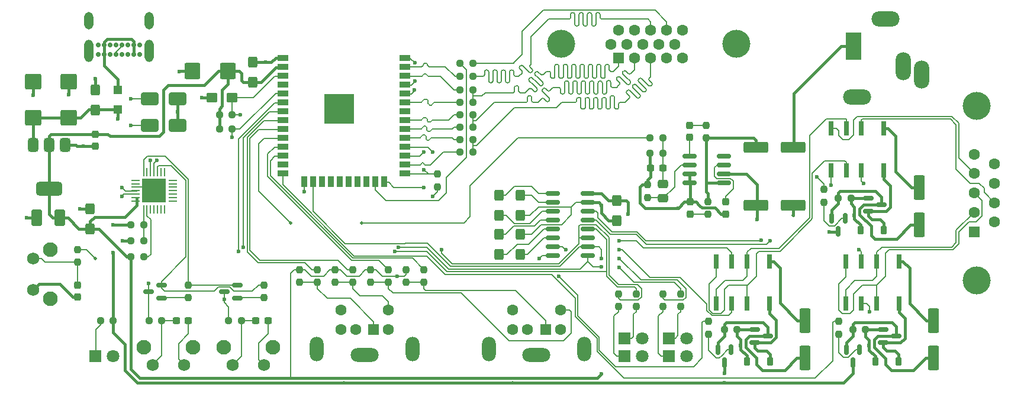
<source format=gtl>
G04 #@! TF.GenerationSoftware,KiCad,Pcbnew,9.0.0-rc3*
G04 #@! TF.CreationDate,2025-02-24T22:30:07+01:00*
G04 #@! TF.ProjectId,nTerm2-s,6e546572-6d32-42d7-932e-6b696361645f,0.05*
G04 #@! TF.SameCoordinates,Original*
G04 #@! TF.FileFunction,Copper,L1,Top*
G04 #@! TF.FilePolarity,Positive*
%FSLAX46Y46*%
G04 Gerber Fmt 4.6, Leading zero omitted, Abs format (unit mm)*
G04 Created by KiCad (PCBNEW 9.0.0-rc3) date 2025-02-24 22:30:07*
%MOMM*%
%LPD*%
G01*
G04 APERTURE LIST*
G04 Aperture macros list*
%AMRoundRect*
0 Rectangle with rounded corners*
0 $1 Rounding radius*
0 $2 $3 $4 $5 $6 $7 $8 $9 X,Y pos of 4 corners*
0 Add a 4 corners polygon primitive as box body*
4,1,4,$2,$3,$4,$5,$6,$7,$8,$9,$2,$3,0*
0 Add four circle primitives for the rounded corners*
1,1,$1+$1,$2,$3*
1,1,$1+$1,$4,$5*
1,1,$1+$1,$6,$7*
1,1,$1+$1,$8,$9*
0 Add four rect primitives between the rounded corners*
20,1,$1+$1,$2,$3,$4,$5,0*
20,1,$1+$1,$4,$5,$6,$7,0*
20,1,$1+$1,$6,$7,$8,$9,0*
20,1,$1+$1,$8,$9,$2,$3,0*%
G04 Aperture macros list end*
G04 #@! TA.AperFunction,SMDPad,CuDef*
%ADD10R,1.500000X0.900000*%
G04 #@! TD*
G04 #@! TA.AperFunction,SMDPad,CuDef*
%ADD11R,0.900000X1.500000*%
G04 #@! TD*
G04 #@! TA.AperFunction,SMDPad,CuDef*
%ADD12R,1.050000X1.050000*%
G04 #@! TD*
G04 #@! TA.AperFunction,HeatsinkPad*
%ADD13C,0.600000*%
G04 #@! TD*
G04 #@! TA.AperFunction,HeatsinkPad*
%ADD14R,4.200000X4.200000*%
G04 #@! TD*
G04 #@! TA.AperFunction,SMDPad,CuDef*
%ADD15RoundRect,0.250000X1.000000X0.650000X-1.000000X0.650000X-1.000000X-0.650000X1.000000X-0.650000X0*%
G04 #@! TD*
G04 #@! TA.AperFunction,SMDPad,CuDef*
%ADD16RoundRect,0.237500X-0.237500X0.250000X-0.237500X-0.250000X0.237500X-0.250000X0.237500X0.250000X0*%
G04 #@! TD*
G04 #@! TA.AperFunction,SMDPad,CuDef*
%ADD17RoundRect,0.237500X-0.250000X-0.237500X0.250000X-0.237500X0.250000X0.237500X-0.250000X0.237500X0*%
G04 #@! TD*
G04 #@! TA.AperFunction,SMDPad,CuDef*
%ADD18RoundRect,0.225000X-0.225000X-0.375000X0.225000X-0.375000X0.225000X0.375000X-0.225000X0.375000X0*%
G04 #@! TD*
G04 #@! TA.AperFunction,SMDPad,CuDef*
%ADD19R,0.700000X2.000000*%
G04 #@! TD*
G04 #@! TA.AperFunction,ComponentPad*
%ADD20C,1.750000*%
G04 #@! TD*
G04 #@! TA.AperFunction,ComponentPad*
%ADD21C,2.100000*%
G04 #@! TD*
G04 #@! TA.AperFunction,SMDPad,CuDef*
%ADD22RoundRect,0.237500X0.237500X-0.250000X0.237500X0.250000X-0.237500X0.250000X-0.237500X-0.250000X0*%
G04 #@! TD*
G04 #@! TA.AperFunction,SMDPad,CuDef*
%ADD23RoundRect,0.237500X-0.237500X0.300000X-0.237500X-0.300000X0.237500X-0.300000X0.237500X0.300000X0*%
G04 #@! TD*
G04 #@! TA.AperFunction,ComponentPad*
%ADD24R,1.600000X1.600000*%
G04 #@! TD*
G04 #@! TA.AperFunction,ComponentPad*
%ADD25C,1.600000*%
G04 #@! TD*
G04 #@! TA.AperFunction,ComponentPad*
%ADD26O,2.000000X3.500000*%
G04 #@! TD*
G04 #@! TA.AperFunction,ComponentPad*
%ADD27O,4.000000X2.000000*%
G04 #@! TD*
G04 #@! TA.AperFunction,SMDPad,CuDef*
%ADD28RoundRect,0.250000X0.550000X-1.500000X0.550000X1.500000X-0.550000X1.500000X-0.550000X-1.500000X0*%
G04 #@! TD*
G04 #@! TA.AperFunction,ComponentPad*
%ADD29R,1.800000X1.800000*%
G04 #@! TD*
G04 #@! TA.AperFunction,ComponentPad*
%ADD30C,1.800000*%
G04 #@! TD*
G04 #@! TA.AperFunction,SMDPad,CuDef*
%ADD31RoundRect,0.150000X-0.825000X-0.150000X0.825000X-0.150000X0.825000X0.150000X-0.825000X0.150000X0*%
G04 #@! TD*
G04 #@! TA.AperFunction,SMDPad,CuDef*
%ADD32RoundRect,0.237500X0.250000X0.237500X-0.250000X0.237500X-0.250000X-0.237500X0.250000X-0.237500X0*%
G04 #@! TD*
G04 #@! TA.AperFunction,SMDPad,CuDef*
%ADD33RoundRect,0.250000X-0.425000X0.537500X-0.425000X-0.537500X0.425000X-0.537500X0.425000X0.537500X0*%
G04 #@! TD*
G04 #@! TA.AperFunction,SMDPad,CuDef*
%ADD34RoundRect,0.250000X0.425000X-0.537500X0.425000X0.537500X-0.425000X0.537500X-0.425000X-0.537500X0*%
G04 #@! TD*
G04 #@! TA.AperFunction,SMDPad,CuDef*
%ADD35RoundRect,0.237500X-0.300000X-0.237500X0.300000X-0.237500X0.300000X0.237500X-0.300000X0.237500X0*%
G04 #@! TD*
G04 #@! TA.AperFunction,SMDPad,CuDef*
%ADD36RoundRect,0.375000X-0.375000X0.625000X-0.375000X-0.625000X0.375000X-0.625000X0.375000X0.625000X0*%
G04 #@! TD*
G04 #@! TA.AperFunction,SMDPad,CuDef*
%ADD37RoundRect,0.500000X-1.400000X0.500000X-1.400000X-0.500000X1.400000X-0.500000X1.400000X0.500000X0*%
G04 #@! TD*
G04 #@! TA.AperFunction,SMDPad,CuDef*
%ADD38RoundRect,0.250000X0.875000X0.925000X-0.875000X0.925000X-0.875000X-0.925000X0.875000X-0.925000X0*%
G04 #@! TD*
G04 #@! TA.AperFunction,SMDPad,CuDef*
%ADD39RoundRect,0.250000X0.925000X-0.875000X0.925000X0.875000X-0.925000X0.875000X-0.925000X-0.875000X0*%
G04 #@! TD*
G04 #@! TA.AperFunction,SMDPad,CuDef*
%ADD40RoundRect,0.150000X-0.587500X-0.150000X0.587500X-0.150000X0.587500X0.150000X-0.587500X0.150000X0*%
G04 #@! TD*
G04 #@! TA.AperFunction,SMDPad,CuDef*
%ADD41RoundRect,0.150000X-0.150000X0.587500X-0.150000X-0.587500X0.150000X-0.587500X0.150000X0.587500X0*%
G04 #@! TD*
G04 #@! TA.AperFunction,SMDPad,CuDef*
%ADD42RoundRect,0.150000X0.587500X0.150000X-0.587500X0.150000X-0.587500X-0.150000X0.587500X-0.150000X0*%
G04 #@! TD*
G04 #@! TA.AperFunction,ComponentPad*
%ADD43C,0.700000*%
G04 #@! TD*
G04 #@! TA.AperFunction,ComponentPad*
%ADD44O,1.300000X3.200000*%
G04 #@! TD*
G04 #@! TA.AperFunction,ComponentPad*
%ADD45O,1.300000X2.500000*%
G04 #@! TD*
G04 #@! TA.AperFunction,SMDPad,CuDef*
%ADD46RoundRect,0.250001X0.499999X0.924999X-0.499999X0.924999X-0.499999X-0.924999X0.499999X-0.924999X0*%
G04 #@! TD*
G04 #@! TA.AperFunction,SMDPad,CuDef*
%ADD47RoundRect,0.237500X0.237500X-0.300000X0.237500X0.300000X-0.237500X0.300000X-0.237500X-0.300000X0*%
G04 #@! TD*
G04 #@! TA.AperFunction,ComponentPad*
%ADD48C,4.000000*%
G04 #@! TD*
G04 #@! TA.AperFunction,SMDPad,CuDef*
%ADD49RoundRect,0.250000X-1.500000X-0.550000X1.500000X-0.550000X1.500000X0.550000X-1.500000X0.550000X0*%
G04 #@! TD*
G04 #@! TA.AperFunction,SMDPad,CuDef*
%ADD50RoundRect,0.062500X-0.537500X-0.062500X0.537500X-0.062500X0.537500X0.062500X-0.537500X0.062500X0*%
G04 #@! TD*
G04 #@! TA.AperFunction,SMDPad,CuDef*
%ADD51RoundRect,0.062500X-0.062500X-0.537500X0.062500X-0.537500X0.062500X0.537500X-0.062500X0.537500X0*%
G04 #@! TD*
G04 #@! TA.AperFunction,HeatsinkPad*
%ADD52R,3.350000X3.350000*%
G04 #@! TD*
G04 #@! TA.AperFunction,SMDPad,CuDef*
%ADD53RoundRect,0.250000X-0.475000X0.337500X-0.475000X-0.337500X0.475000X-0.337500X0.475000X0.337500X0*%
G04 #@! TD*
G04 #@! TA.AperFunction,ComponentPad*
%ADD54O,2.200000X4.000000*%
G04 #@! TD*
G04 #@! TA.AperFunction,ComponentPad*
%ADD55O,4.000000X2.200000*%
G04 #@! TD*
G04 #@! TA.AperFunction,ComponentPad*
%ADD56R,2.200000X4.000000*%
G04 #@! TD*
G04 #@! TA.AperFunction,SMDPad,CuDef*
%ADD57R,1.200000X1.200000*%
G04 #@! TD*
G04 #@! TA.AperFunction,SMDPad,CuDef*
%ADD58RoundRect,0.250000X0.537500X0.425000X-0.537500X0.425000X-0.537500X-0.425000X0.537500X-0.425000X0*%
G04 #@! TD*
G04 #@! TA.AperFunction,ViaPad*
%ADD59C,0.600000*%
G04 #@! TD*
G04 #@! TA.AperFunction,ViaPad*
%ADD60C,0.500000*%
G04 #@! TD*
G04 #@! TA.AperFunction,Conductor*
%ADD61C,0.400000*%
G04 #@! TD*
G04 #@! TA.AperFunction,Conductor*
%ADD62C,0.200000*%
G04 #@! TD*
G04 APERTURE END LIST*
D10*
X113616000Y-80096500D03*
X113616000Y-81366500D03*
X113616000Y-82636500D03*
X113616000Y-83906500D03*
X113616000Y-85176500D03*
X113616000Y-86446500D03*
X113616000Y-87716500D03*
X113616000Y-88986500D03*
X113616000Y-90256500D03*
X113616000Y-91526500D03*
X113616000Y-92796500D03*
X113616000Y-94066500D03*
X113616000Y-95336500D03*
X113616000Y-96606500D03*
D11*
X116656000Y-97856500D03*
X117926000Y-97856500D03*
X119196000Y-97856500D03*
X120466000Y-97856500D03*
X121736000Y-97856500D03*
X123006000Y-97856500D03*
X124276000Y-97856500D03*
X125546000Y-97856500D03*
X126816000Y-97856500D03*
X128086000Y-97856500D03*
D10*
X131116000Y-96606500D03*
X131116000Y-95336500D03*
X131116000Y-94066500D03*
X131116000Y-92796500D03*
X131116000Y-91526500D03*
X131116000Y-90256500D03*
X131116000Y-88986500D03*
X131116000Y-87716500D03*
X131116000Y-86446500D03*
X131116000Y-85176500D03*
X131116000Y-83906500D03*
X131116000Y-82636500D03*
X131116000Y-81366500D03*
X131116000Y-80096500D03*
D12*
X120161000Y-85911500D03*
D13*
X120161000Y-86674000D03*
D12*
X120161000Y-87436500D03*
D13*
X120161000Y-88199000D03*
D12*
X120161000Y-88961500D03*
D13*
X120923500Y-85911500D03*
X120923500Y-87436500D03*
X120923500Y-88961500D03*
D12*
X121686000Y-85911500D03*
D13*
X121686000Y-86674000D03*
D12*
X121686000Y-87436500D03*
D14*
X121686000Y-87436500D03*
D13*
X121686000Y-88199000D03*
D12*
X121686000Y-88961500D03*
D13*
X122448500Y-85911500D03*
X122448500Y-87436500D03*
X122448500Y-88961500D03*
D12*
X123211000Y-85911500D03*
D13*
X123211000Y-86674000D03*
D12*
X123211000Y-87436500D03*
D13*
X123211000Y-88199000D03*
D12*
X123211000Y-88961500D03*
D15*
X98610400Y-89760714D03*
X94610400Y-89760714D03*
X98610400Y-85950714D03*
X94610400Y-85950714D03*
D16*
X84266000Y-107528500D03*
X84266000Y-109353500D03*
X191008000Y-98933000D03*
X191008000Y-100758000D03*
D17*
X138956000Y-84668500D03*
X140781000Y-84668500D03*
X104548300Y-88239600D03*
X106373300Y-88239600D03*
X176792500Y-118999000D03*
X178617500Y-118999000D03*
D16*
X174188499Y-89748500D03*
X174188499Y-91573500D03*
D18*
X179992000Y-123571000D03*
X183292000Y-123571000D03*
D19*
X201741000Y-109268500D03*
X198541000Y-109268500D03*
X196341000Y-109268500D03*
X194141000Y-109268500D03*
X194141000Y-115268500D03*
X196341000Y-115268500D03*
X198541000Y-115268500D03*
X201741000Y-115268500D03*
D20*
X99506000Y-124038500D03*
X95006000Y-124038500D03*
D21*
X100756000Y-121548500D03*
X93746000Y-121548500D03*
D16*
X174436000Y-100670500D03*
X174436000Y-102495500D03*
D22*
X126176000Y-112251000D03*
X126176000Y-110426000D03*
D20*
X110936000Y-124038500D03*
X106436000Y-124038500D03*
D21*
X112186000Y-121548500D03*
X105176000Y-121548500D03*
D17*
X193078500Y-100203000D03*
X194903500Y-100203000D03*
D23*
X176976000Y-100720500D03*
X176976000Y-102445500D03*
D24*
X126616000Y-118958500D03*
D25*
X124016000Y-118958500D03*
X128716000Y-118958500D03*
X121916000Y-118958500D03*
X128716000Y-116158500D03*
X121916000Y-116158500D03*
D26*
X118466000Y-121808500D03*
D27*
X125316000Y-122608500D03*
D26*
X132166000Y-121808500D03*
D28*
X206694000Y-123096000D03*
X206694000Y-117696000D03*
D17*
X138956000Y-88224500D03*
X140781000Y-88224500D03*
X195159000Y-118999000D03*
X196984000Y-118999000D03*
D28*
X188279000Y-123096000D03*
X188279000Y-117696000D03*
D29*
X162498000Y-120228500D03*
D30*
X165038000Y-120228500D03*
D29*
X162498000Y-122768500D03*
D30*
X165038000Y-122768500D03*
D16*
X170499000Y-113878500D03*
X170499000Y-115703500D03*
D31*
X171778499Y-94193500D03*
X171778499Y-95463500D03*
X171778499Y-96733500D03*
X171778499Y-98003500D03*
X176728499Y-98003500D03*
X176728499Y-96733500D03*
X176728499Y-95463500D03*
X176728499Y-94193500D03*
D32*
X140781000Y-80858500D03*
X138956000Y-80858500D03*
D23*
X86806000Y-91018500D03*
X86806000Y-92743500D03*
D22*
X118556000Y-112251000D03*
X118556000Y-110426000D03*
D33*
X147574000Y-105369500D03*
X147574000Y-108244500D03*
D34*
X86806000Y-87543500D03*
X86806000Y-84668500D03*
D29*
X168848000Y-120228500D03*
D30*
X171388000Y-120228500D03*
D29*
X168848000Y-122768500D03*
D30*
X171388000Y-122768500D03*
D17*
X104548300Y-90271600D03*
X106373300Y-90271600D03*
D24*
X151217000Y-118958500D03*
D25*
X148617000Y-118958500D03*
X153317000Y-118958500D03*
X146517000Y-118958500D03*
X153317000Y-116158500D03*
X146517000Y-116158500D03*
D26*
X143067000Y-121808500D03*
D27*
X149917000Y-122608500D03*
D26*
X156767000Y-121808500D03*
D35*
X98396000Y-117688500D03*
X100121000Y-117688500D03*
D16*
X193167000Y-117832500D03*
X193167000Y-119657500D03*
D36*
X82502000Y-92567500D03*
X80202000Y-92567500D03*
D37*
X80202000Y-98867500D03*
D36*
X77902000Y-92567500D03*
D38*
X105801000Y-82001500D03*
X100701000Y-82001500D03*
D17*
X94486000Y-117688500D03*
X96311000Y-117688500D03*
D16*
X174498000Y-117832500D03*
X174498000Y-119657500D03*
D17*
X166143000Y-93726000D03*
X167968000Y-93726000D03*
D31*
X152276000Y-99527500D03*
X152276000Y-100797500D03*
X152276000Y-102067500D03*
X152276000Y-103337500D03*
X152276000Y-104607500D03*
X152276000Y-105877500D03*
X152276000Y-107147500D03*
X152276000Y-108417500D03*
X157226000Y-108417500D03*
X157226000Y-107147500D03*
X157226000Y-105877500D03*
X157226000Y-104607500D03*
X157226000Y-103337500D03*
X157226000Y-102067500D03*
X157226000Y-100797500D03*
X157226000Y-99527500D03*
D39*
X77916000Y-88656000D03*
X77916000Y-83556000D03*
D33*
X144526000Y-105369500D03*
X144526000Y-108244500D03*
D40*
X197388000Y-100183000D03*
X197388000Y-102083000D03*
X199263000Y-101133000D03*
D35*
X109766000Y-117688500D03*
X111491000Y-117688500D03*
D17*
X91901000Y-104013000D03*
X93726000Y-104013000D03*
D19*
X183250500Y-109268500D03*
X180050500Y-109268500D03*
X177850500Y-109268500D03*
X175650500Y-109268500D03*
X175650500Y-115268500D03*
X177850500Y-115268500D03*
X180050500Y-115268500D03*
X183250500Y-115268500D03*
D34*
X86084500Y-104561500D03*
X86084500Y-101686500D03*
D41*
X196132500Y-121871500D03*
X194232500Y-121871500D03*
X195182500Y-123746500D03*
D42*
X107106000Y-114508500D03*
X107106000Y-112608500D03*
X105231000Y-113558500D03*
D43*
X93176000Y-79588500D03*
X92326000Y-79588500D03*
X91476000Y-79588500D03*
X90626000Y-79588500D03*
X89776000Y-79588500D03*
X88926000Y-79588500D03*
X88076000Y-79588500D03*
X87226000Y-79588500D03*
X87226000Y-78238500D03*
X88076000Y-78238500D03*
X88926000Y-78238500D03*
X89776000Y-78238500D03*
X90626000Y-78238500D03*
X91476000Y-78238500D03*
X92326000Y-78238500D03*
X93176000Y-78238500D03*
D44*
X94521000Y-79088500D03*
D45*
X94516000Y-74783500D03*
D44*
X85881000Y-79088500D03*
D45*
X85881000Y-74788500D03*
D41*
X177766000Y-121871500D03*
X175866000Y-121871500D03*
X176816000Y-123746500D03*
D33*
X161355000Y-100503000D03*
X161355000Y-103378000D03*
D46*
X81700000Y-102956500D03*
X78450000Y-102956500D03*
D20*
X77916000Y-113298500D03*
X77916000Y-108798500D03*
D21*
X80406000Y-114548500D03*
X80406000Y-107538500D03*
D47*
X171775499Y-91473500D03*
X171775499Y-89748500D03*
D17*
X138956000Y-93558500D03*
X140781000Y-93558500D03*
D29*
X86824750Y-122796000D03*
D30*
X89364750Y-122796000D03*
D48*
X212836000Y-111948500D03*
X212836000Y-86948500D03*
D24*
X212536000Y-104988500D03*
D25*
X212536000Y-102218500D03*
X212536000Y-99448500D03*
X212536000Y-96678500D03*
X212536000Y-93908500D03*
X215376000Y-103603500D03*
X215376000Y-100833500D03*
X215376000Y-98063500D03*
X215376000Y-95293500D03*
D49*
X181267499Y-101178500D03*
X186667499Y-101178500D03*
D17*
X138956000Y-90002500D03*
X140781000Y-90002500D03*
D49*
X181267499Y-92923500D03*
X186667499Y-92923500D03*
D33*
X144526000Y-99781500D03*
X144526000Y-102656500D03*
D50*
X92561000Y-97623500D03*
X92561000Y-98123500D03*
X92561000Y-98623500D03*
X92561000Y-99123500D03*
X92561000Y-99623500D03*
X92561000Y-100123500D03*
X92561000Y-100623500D03*
D51*
X93711000Y-101773500D03*
X94211000Y-101773500D03*
X94711000Y-101773500D03*
X95211000Y-101773500D03*
X95711000Y-101773500D03*
X96211000Y-101773500D03*
X96711000Y-101773500D03*
D50*
X97861000Y-100623500D03*
X97861000Y-100123500D03*
X97861000Y-99623500D03*
X97861000Y-99123500D03*
X97861000Y-98623500D03*
X97861000Y-98123500D03*
X97861000Y-97623500D03*
D51*
X96711000Y-96473500D03*
X96211000Y-96473500D03*
X95711000Y-96473500D03*
X95211000Y-96473500D03*
X94711000Y-96473500D03*
X94211000Y-96473500D03*
X93711000Y-96473500D03*
D52*
X95211000Y-99123500D03*
D48*
X178478000Y-78087000D03*
X153478000Y-78087000D03*
D24*
X161663000Y-80137000D03*
D25*
X163953000Y-80137000D03*
X166243000Y-80137000D03*
X168533000Y-80137000D03*
X170823000Y-80137000D03*
X160518000Y-78157000D03*
X162808000Y-78157000D03*
X165098000Y-78157000D03*
X167388000Y-78157000D03*
X169678000Y-78157000D03*
X161663000Y-76177000D03*
X163953000Y-76177000D03*
X166243000Y-76177000D03*
X168533000Y-76177000D03*
X170823000Y-76177000D03*
D32*
X167977500Y-91530685D03*
X166152500Y-91530685D03*
D16*
X167959000Y-113878500D03*
X167959000Y-115703500D03*
X164149000Y-113878500D03*
X164149000Y-115703500D03*
D22*
X100121000Y-114433500D03*
X100121000Y-112608500D03*
D28*
X204662000Y-104046000D03*
X204662000Y-98646000D03*
D22*
X128716000Y-112251000D03*
X128716000Y-110426000D03*
D35*
X166243000Y-95885000D03*
X167968000Y-95885000D03*
D22*
X116016000Y-112251000D03*
X116016000Y-110426000D03*
D19*
X199604750Y-90225500D03*
X196404750Y-90225500D03*
X194204750Y-90225500D03*
X192004750Y-90225500D03*
X192004750Y-96225500D03*
X194204750Y-96225500D03*
X196404750Y-96225500D03*
X199604750Y-96225500D03*
D33*
X147574000Y-99781500D03*
X147574000Y-102656500D03*
D18*
X198358500Y-123571000D03*
X201658500Y-123571000D03*
D53*
X167994500Y-98149500D03*
X167994500Y-100224500D03*
D22*
X131256000Y-112251000D03*
X131256000Y-110426000D03*
D34*
X109285000Y-83566000D03*
X109285000Y-80691000D03*
D54*
X205036000Y-82508500D03*
X202336000Y-81308500D03*
D55*
X199836000Y-74508500D03*
D56*
X195236000Y-78408500D03*
D55*
X195736000Y-85708500D03*
D42*
X96311000Y-114508500D03*
X96311000Y-112608500D03*
X94436000Y-113558500D03*
D47*
X171896000Y-102445500D03*
X171896000Y-100720500D03*
D39*
X82996000Y-88656000D03*
X82996000Y-83556000D03*
D23*
X84266000Y-112608500D03*
X84266000Y-114333500D03*
D40*
X199517000Y-118983500D03*
X199517000Y-120883500D03*
X201392000Y-119933500D03*
D22*
X110916000Y-114433500D03*
X110916000Y-112608500D03*
D17*
X138956000Y-91780500D03*
X140781000Y-91780500D03*
D22*
X135701000Y-98558500D03*
X135701000Y-96733500D03*
D16*
X161609000Y-113878500D03*
X161609000Y-115703500D03*
D17*
X91901000Y-106299000D03*
X93726000Y-106299000D03*
D22*
X133796000Y-112251000D03*
X133796000Y-110426000D03*
X121096000Y-112251000D03*
X121096000Y-110426000D03*
D17*
X91901000Y-108585000D03*
X93726000Y-108585000D03*
D32*
X140781000Y-82763500D03*
X138956000Y-82763500D03*
D57*
X89981000Y-87465500D03*
X89981000Y-84665500D03*
D17*
X138956000Y-86446500D03*
X140781000Y-86446500D03*
D32*
X89369500Y-117688500D03*
X87544500Y-117688500D03*
D16*
X165835500Y-98274500D03*
X165835500Y-100099500D03*
D58*
X106390300Y-85801200D03*
X103515300Y-85801200D03*
D41*
X194052000Y-103075500D03*
X192152000Y-103075500D03*
X193102000Y-104950500D03*
D17*
X105856000Y-117688500D03*
X107681000Y-117688500D03*
D18*
X196278000Y-104775000D03*
X199578000Y-104775000D03*
D22*
X123636000Y-112251000D03*
X123636000Y-110426000D03*
D40*
X181102000Y-118958500D03*
X181102000Y-120858500D03*
X182977000Y-119908500D03*
D59*
X94437200Y-112420400D03*
X89346000Y-104013000D03*
X89346000Y-107950000D03*
X176790600Y-126578500D03*
D60*
X146496000Y-126578500D03*
X122366000Y-126578500D03*
D59*
X176816000Y-125222000D03*
X191770000Y-105029000D03*
X89981000Y-88849200D03*
X181432200Y-103225600D03*
X77916000Y-85445600D03*
X90678000Y-106299000D03*
X197468500Y-121285000D03*
X159196000Y-101178500D03*
X195388000Y-102616000D03*
X82996000Y-85394800D03*
X94426000Y-99908500D03*
X95696000Y-99908500D03*
X179102000Y-121285000D03*
D60*
X186667499Y-102616000D03*
D59*
X98602800Y-87845414D03*
X86806000Y-83108800D03*
X102057200Y-85801200D03*
X170180000Y-101600000D03*
X95696000Y-98638500D03*
X84632800Y-101686500D03*
X76962000Y-102956500D03*
X132526000Y-80839500D03*
X98806000Y-82042000D03*
X116656000Y-99268500D03*
X85081000Y-92743500D03*
X94426000Y-98638500D03*
X111150400Y-80691000D03*
X163006000Y-102448500D03*
X135066000Y-99908500D03*
X129986000Y-111338500D03*
X159196000Y-125308500D03*
X107543600Y-88239600D03*
X91886000Y-89748500D03*
X90616000Y-98638500D03*
X133796000Y-93558500D03*
X189992000Y-97155000D03*
X153111200Y-111338500D03*
X135066000Y-93558500D03*
X192024000Y-98298000D03*
X196712250Y-98054750D03*
X197550000Y-116418500D03*
X182056000Y-106239500D03*
X183326000Y-106258500D03*
X196026000Y-107528500D03*
X150306000Y-108798500D03*
X161736000Y-107528500D03*
X161736000Y-106258500D03*
X154116000Y-107528500D03*
X133796000Y-96098500D03*
X105231000Y-114681000D03*
D60*
X124906000Y-103718500D03*
X114746000Y-103718500D03*
D59*
X106375200Y-91490800D03*
D60*
X86806000Y-108798500D03*
D59*
X133796000Y-98638500D03*
X136336000Y-107528500D03*
X129667000Y-107823000D03*
X107315000Y-107823000D03*
X132470854Y-84668500D03*
X94715774Y-94798219D03*
X161736000Y-108796210D03*
X159196000Y-108796210D03*
X159196000Y-110049500D03*
X161736000Y-110068500D03*
X107950000Y-107188000D03*
X130177434Y-107207000D03*
X132526000Y-83398500D03*
X95631000Y-94811800D03*
X91886000Y-85938500D03*
X90616000Y-99908500D03*
D61*
X181427499Y-102595301D02*
X181427499Y-98257500D01*
X181432200Y-102600002D02*
X181427499Y-102595301D01*
X181432200Y-103225600D02*
X181432200Y-102600002D01*
X181427499Y-98257500D02*
X179903499Y-96733500D01*
X179903499Y-96733500D02*
X176728499Y-96733500D01*
X186667499Y-102616000D02*
X186667499Y-101178500D01*
D62*
X94437200Y-112420400D02*
X94436000Y-112421600D01*
X94436000Y-112421600D02*
X94436000Y-113558500D01*
X105231000Y-114681000D02*
X105231000Y-115137000D01*
X105231000Y-115137000D02*
X105856000Y-115762000D01*
X105231000Y-114681000D02*
X105231000Y-113558500D01*
X105856000Y-115762000D02*
X105856000Y-117688500D01*
X130177434Y-107207000D02*
X130304434Y-107207000D01*
X130304434Y-107207000D02*
X130323434Y-107188000D01*
X130323434Y-107188000D02*
X134217500Y-107188000D01*
X134217500Y-107188000D02*
X137352000Y-110322500D01*
X137352000Y-110322500D02*
X156148000Y-110322500D01*
X156148000Y-110322500D02*
X157226000Y-109244500D01*
X129667000Y-107823000D02*
X134217500Y-107823000D01*
X134217500Y-107823000D02*
X137098000Y-110703500D01*
X137098000Y-110703500D02*
X159958000Y-110703500D01*
D61*
X105801000Y-82001500D02*
X104383700Y-82001500D01*
X88925400Y-91338400D02*
X88605500Y-91018500D01*
X102362000Y-84023200D02*
X97218986Y-84023200D01*
X97218986Y-84023200D02*
X96570800Y-84671386D01*
X96570800Y-84671386D02*
X96570800Y-90690214D01*
X104383700Y-82001500D02*
X102362000Y-84023200D01*
X96570800Y-90690214D02*
X95922614Y-91338400D01*
X95922614Y-91338400D02*
X88925400Y-91338400D01*
X88605500Y-91018500D02*
X86806000Y-91018500D01*
D62*
X155956000Y-106704500D02*
X155956000Y-105867200D01*
X157226000Y-105877500D02*
X155966300Y-105877500D01*
X155966300Y-105877500D02*
X155956000Y-105867200D01*
X136336000Y-107528500D02*
X136336000Y-108036500D01*
X136336000Y-108036500D02*
X137860000Y-109560500D01*
X153100000Y-109560500D02*
X155956000Y-106704500D01*
X137860000Y-109560500D02*
X153100000Y-109560500D01*
X155956000Y-105867200D02*
X155956000Y-105812500D01*
X164911000Y-114326991D02*
X164470491Y-114767500D01*
X155956000Y-104149184D02*
X156132684Y-103972500D01*
X156132684Y-103972500D02*
X158434000Y-103972500D01*
X161617448Y-112535500D02*
X164330000Y-112535500D01*
X164330000Y-112535500D02*
X164911000Y-113116500D01*
X155956000Y-105812500D02*
X155956000Y-104149184D01*
X164470491Y-114767500D02*
X161863000Y-114767500D01*
X164911000Y-113116500D02*
X164911000Y-114326991D01*
X160285000Y-105823500D02*
X160285000Y-111203052D01*
X158434000Y-103972500D02*
X160285000Y-105823500D01*
X160285000Y-111203052D02*
X161617448Y-112535500D01*
X161863000Y-114767500D02*
X161609000Y-114513500D01*
X161609000Y-114513500D02*
X161609000Y-113878500D01*
X176976000Y-100720500D02*
X176976000Y-99908500D01*
X176976000Y-99908500D02*
X178054000Y-98830500D01*
X178054000Y-97739200D02*
X177977800Y-97663000D01*
X178054000Y-98830500D02*
X178054000Y-97739200D01*
X175712499Y-97368500D02*
X175404499Y-97060500D01*
X177977800Y-97663000D02*
X177683300Y-97368500D01*
X177683300Y-97368500D02*
X175712499Y-97368500D01*
X175404499Y-97060500D02*
X175404499Y-95812501D01*
X175404499Y-95812501D02*
X175753500Y-95463500D01*
X175753500Y-95463500D02*
X176728499Y-95463500D01*
X91873786Y-85950714D02*
X91886000Y-85938500D01*
X91886000Y-85938500D02*
X94598186Y-85938500D01*
X94598186Y-85938500D02*
X94610400Y-85950714D01*
X91898214Y-89760714D02*
X91901100Y-89763600D01*
X91901100Y-89763600D02*
X94607514Y-89763600D01*
X94607514Y-89763600D02*
X94610400Y-89760714D01*
D61*
X181267499Y-91891000D02*
X180949999Y-91573500D01*
X174188499Y-98003500D02*
X174188499Y-91573500D01*
X181267499Y-92923500D02*
X181267499Y-91891000D01*
X180949999Y-91573500D02*
X174188499Y-91573500D01*
X174188499Y-98003500D02*
X176728499Y-98003500D01*
X174436000Y-99527500D02*
X174436000Y-100670500D01*
X174188499Y-99279999D02*
X174436000Y-99527500D01*
X174188499Y-98003500D02*
X174188499Y-99279999D01*
X89978000Y-87468500D02*
X85911000Y-87468500D01*
X92775000Y-126578500D02*
X193826000Y-126578500D01*
X176816000Y-125222000D02*
X176816000Y-123746500D01*
X191770000Y-105029000D02*
X193023500Y-105029000D01*
X77916000Y-92807500D02*
X77902000Y-92821500D01*
X89346000Y-104013000D02*
X91901000Y-104013000D01*
X193826000Y-126578500D02*
X195182500Y-125222000D01*
X85911000Y-87468500D02*
X84723500Y-88656000D01*
X89346000Y-107950000D02*
X89346000Y-119426500D01*
X89981000Y-87465500D02*
X89978000Y-87468500D01*
X195182500Y-125222000D02*
X195182500Y-123746500D01*
X193023500Y-105029000D02*
X193102000Y-104950500D01*
X89981000Y-88849200D02*
X89981000Y-87465500D01*
X90997000Y-124800500D02*
X92775000Y-126578500D01*
X89346000Y-119426500D02*
X90997000Y-121077500D01*
X90997000Y-121077500D02*
X90997000Y-124800500D01*
X84723500Y-88656000D02*
X77916000Y-88656000D01*
X77916000Y-88656000D02*
X77916000Y-92807500D01*
X98610400Y-87743814D02*
X98610400Y-87837814D01*
X103515300Y-85801200D02*
X102057200Y-85801200D01*
X158815000Y-100797500D02*
X157226000Y-100797500D01*
X171896000Y-100720500D02*
X171896000Y-98121001D01*
D62*
X148955000Y-102656500D02*
X147574000Y-102656500D01*
D61*
X111992500Y-80691000D02*
X112587000Y-80096500D01*
X164996500Y-98274500D02*
X165835500Y-98274500D01*
X173166000Y-101178500D02*
X172708000Y-100720500D01*
X98610400Y-87743814D02*
X98610400Y-89760714D01*
X159196000Y-101178500D02*
X158815000Y-100797500D01*
X172708000Y-100720500D02*
X171896000Y-100720500D01*
D62*
X100121000Y-117688500D02*
X100121000Y-119613500D01*
D61*
X164719000Y-98552000D02*
X164996500Y-98274500D01*
X166243000Y-95885000D02*
X166243000Y-97157185D01*
D62*
X154878000Y-102575500D02*
X154878000Y-101432500D01*
X153481000Y-103972500D02*
X154878000Y-102575500D01*
D61*
X100701000Y-82001500D02*
X98846500Y-82001500D01*
X195388000Y-103124000D02*
X196278000Y-104014000D01*
D62*
X110174000Y-120910500D02*
X110174000Y-123276500D01*
D61*
X195388000Y-101473000D02*
X194903500Y-100988500D01*
X83982300Y-92567500D02*
X82502000Y-92567500D01*
X109285000Y-80691000D02*
X111992500Y-80691000D01*
X166143000Y-95785000D02*
X166243000Y-95885000D01*
X77916000Y-113298500D02*
X78733000Y-112481500D01*
X166243000Y-97157185D02*
X165835500Y-97564685D01*
X198358500Y-122810000D02*
X198358500Y-123571000D01*
X179102000Y-120396000D02*
X178594000Y-119888000D01*
D62*
X131870000Y-80183500D02*
X131116000Y-80183500D01*
X132526000Y-80839500D02*
X131870000Y-80183500D01*
D61*
X77916000Y-83556000D02*
X77916000Y-85445600D01*
X194903500Y-100988500D02*
X194903500Y-100203000D01*
X86806000Y-84668500D02*
X86806000Y-83108800D01*
D62*
X98744000Y-123206500D02*
X99526000Y-123988500D01*
D61*
X196278000Y-104014000D02*
X196278000Y-104775000D01*
X166143000Y-93726000D02*
X166143000Y-95785000D01*
X171059500Y-100720500D02*
X171896000Y-100720500D01*
X98846500Y-82001500D02*
X98806000Y-82042000D01*
X178594000Y-119888000D02*
X178617500Y-119864500D01*
X165481000Y-101600000D02*
X164719000Y-100838000D01*
X199501500Y-118999000D02*
X199517000Y-118983500D01*
X176338000Y-102445500D02*
X175452000Y-101559500D01*
X195388000Y-102616000D02*
X195388000Y-101473000D01*
X98610400Y-85950714D02*
X98610400Y-87743814D01*
X179102000Y-121285000D02*
X179102000Y-120396000D01*
X176976000Y-102445500D02*
X176338000Y-102445500D01*
D62*
X98744000Y-120990500D02*
X98744000Y-123206500D01*
X150560000Y-103972500D02*
X153481000Y-103972500D01*
D61*
X171778499Y-96733500D02*
X171778499Y-98003500D01*
D62*
X149163000Y-105369500D02*
X150560000Y-103972500D01*
D61*
X178617500Y-119864500D02*
X178617500Y-118999000D01*
X161355000Y-103378000D02*
X160252500Y-103378000D01*
X78733000Y-112481500D02*
X81752500Y-112481500D01*
D62*
X94411000Y-98623500D02*
X94426000Y-98638500D01*
X116651000Y-99273500D02*
X116656000Y-99268500D01*
D61*
X165835500Y-97564685D02*
X165835500Y-98274500D01*
X197468500Y-120523000D02*
X196984000Y-120038500D01*
D62*
X154878000Y-101432500D02*
X155513000Y-100797500D01*
D61*
X179992000Y-122746500D02*
X179992000Y-123571000D01*
D62*
X92761000Y-98623500D02*
X94411000Y-98623500D01*
D61*
X178658000Y-118958500D02*
X178617500Y-118999000D01*
D62*
X100121000Y-119613500D02*
X98744000Y-120990500D01*
D61*
X198357500Y-118999000D02*
X199501500Y-118999000D01*
D62*
X155513000Y-100797500D02*
X157226000Y-100797500D01*
D61*
X175452000Y-101559500D02*
X173547000Y-101559500D01*
X197388000Y-100183000D02*
X194923500Y-100183000D01*
X164719000Y-100838000D02*
X164719000Y-98552000D01*
X76962000Y-102956500D02*
X78450000Y-102956500D01*
X98610400Y-87837814D02*
X98602800Y-87845414D01*
X171896000Y-98121001D02*
X171778499Y-98003500D01*
X159196000Y-102321500D02*
X159196000Y-101178500D01*
D62*
X147574000Y-105369500D02*
X149163000Y-105369500D01*
D61*
X84158300Y-92743500D02*
X83982300Y-92567500D01*
X197468500Y-121920000D02*
X198358500Y-122810000D01*
D62*
X194757000Y-100183000D02*
X194691000Y-100117000D01*
D61*
X197468500Y-121285000D02*
X197468500Y-121920000D01*
X181102000Y-118958500D02*
X178658000Y-118958500D01*
X170180000Y-101600000D02*
X165481000Y-101600000D01*
X91901000Y-106299000D02*
X90678000Y-106299000D01*
X179102000Y-121856500D02*
X179992000Y-122746500D01*
X160252500Y-103378000D02*
X159196000Y-102321500D01*
X85081000Y-92743500D02*
X86806000Y-92743500D01*
X83604500Y-114333500D02*
X84266000Y-114333500D01*
X82502000Y-92567500D02*
X82502000Y-92821500D01*
X84632800Y-101686500D02*
X86084500Y-101686500D01*
X196984000Y-120038500D02*
X196984000Y-118999000D01*
X170180000Y-101600000D02*
X171059500Y-100720500D01*
X81752500Y-112481500D02*
X83604500Y-114333500D01*
X112587000Y-80096500D02*
X113616000Y-80096500D01*
X197468500Y-121285000D02*
X197468500Y-120523000D01*
X85081000Y-92743500D02*
X84158300Y-92743500D01*
D62*
X150179000Y-101432500D02*
X148955000Y-102656500D01*
X111491000Y-117688500D02*
X111491000Y-119593500D01*
X154878000Y-101432500D02*
X150179000Y-101432500D01*
D61*
X194923500Y-100183000D02*
X194903500Y-100203000D01*
D62*
X110174000Y-123276500D02*
X110936000Y-124038500D01*
X116656000Y-97943500D02*
X116656000Y-99268500D01*
D61*
X179102000Y-121285000D02*
X179102000Y-121856500D01*
X82996000Y-83556000D02*
X82996000Y-85394800D01*
D62*
X111491000Y-119593500D02*
X110174000Y-120910500D01*
D61*
X173547000Y-101559500D02*
X173166000Y-101178500D01*
X195388000Y-102616000D02*
X195388000Y-103124000D01*
X196984000Y-118999000D02*
X198357500Y-118999000D01*
D62*
X172026000Y-100590500D02*
X171896000Y-100720500D01*
X165835500Y-100099500D02*
X167869500Y-100099500D01*
X170601500Y-95463500D02*
X171778499Y-95463500D01*
X167994500Y-100224500D02*
X169672000Y-98547000D01*
X169672000Y-96393000D02*
X170601500Y-95463500D01*
X169672000Y-98547000D02*
X169672000Y-96393000D01*
X167994500Y-96162500D02*
X167994500Y-98149500D01*
X167977500Y-91530685D02*
X167994500Y-91547685D01*
X167994500Y-91547685D02*
X167994500Y-93699500D01*
X167968000Y-93601185D02*
X167994500Y-93627685D01*
X167968000Y-93350185D02*
X167968000Y-93601185D01*
X167968000Y-93726000D02*
X167968000Y-95885000D01*
X174436000Y-102495500D02*
X171946000Y-102495500D01*
X171946000Y-102495500D02*
X171896000Y-102445500D01*
X171775499Y-89748500D02*
X174315499Y-89748500D01*
X171778499Y-94193500D02*
X171778499Y-93620500D01*
X171775499Y-93617500D02*
X171778499Y-93620500D01*
X171775499Y-91473500D02*
X171775499Y-93617500D01*
X144526000Y-99781500D02*
X145480000Y-99781500D01*
X145480000Y-99781500D02*
X146750000Y-98511500D01*
X146750000Y-98511500D02*
X149163000Y-98511500D01*
X150179000Y-99527500D02*
X152276000Y-99527500D01*
X149163000Y-98511500D02*
X150179000Y-99527500D01*
X145561000Y-102656500D02*
X146750000Y-103845500D01*
X146750000Y-103845500D02*
X148909000Y-103845500D01*
X150687000Y-102067500D02*
X152276000Y-102067500D01*
X148909000Y-103845500D02*
X150687000Y-102067500D01*
X144526000Y-102656500D02*
X145561000Y-102656500D01*
X150941000Y-104607500D02*
X152276000Y-104607500D01*
X145653000Y-108244500D02*
X147131000Y-106766500D01*
X144526000Y-108244500D02*
X145653000Y-108244500D01*
X148782000Y-106766500D02*
X150941000Y-104607500D01*
X147131000Y-106766500D02*
X148782000Y-106766500D01*
X146677000Y-104172500D02*
X149598000Y-104172500D01*
X149598000Y-104172500D02*
X150433000Y-103337500D01*
X144526000Y-105369500D02*
X145480000Y-105369500D01*
X150433000Y-103337500D02*
X152276000Y-103337500D01*
X145480000Y-105369500D02*
X146677000Y-104172500D01*
X150941000Y-105877500D02*
X152276000Y-105877500D01*
X148574000Y-108244500D02*
X150941000Y-105877500D01*
X147574000Y-108244500D02*
X148574000Y-108244500D01*
X149163000Y-99781500D02*
X150179000Y-100797500D01*
X147574000Y-99781500D02*
X149163000Y-99781500D01*
X150179000Y-100797500D02*
X152276000Y-100797500D01*
X117667000Y-111338500D02*
X119445000Y-111338500D01*
X115277500Y-110426000D02*
X114746000Y-110957500D01*
X121834500Y-110426000D02*
X122747000Y-111338500D01*
D61*
X84474000Y-104561500D02*
X86084500Y-104561500D01*
X82869000Y-102956500D02*
X84474000Y-104561500D01*
D62*
X119445000Y-111338500D02*
X120357500Y-110426000D01*
D61*
X109285000Y-83566000D02*
X108000800Y-83566000D01*
X86084500Y-104561500D02*
X86084500Y-103526500D01*
D62*
X124525000Y-111338500D02*
X125437500Y-110426000D01*
D61*
X161355000Y-100503000D02*
X160171500Y-100503000D01*
X91901000Y-108585000D02*
X91901000Y-124688500D01*
X91901000Y-124688500D02*
X93156000Y-125943500D01*
X163006000Y-102448500D02*
X163006000Y-100797500D01*
D62*
X116754500Y-110426000D02*
X117667000Y-111338500D01*
D61*
X104548300Y-88239600D02*
X104548300Y-90271600D01*
X159196000Y-99527500D02*
X157226000Y-99527500D01*
X107746800Y-83312000D02*
X107746800Y-82346800D01*
X91059000Y-102870000D02*
X92710000Y-101219000D01*
D62*
X116016000Y-110426000D02*
X115277500Y-110426000D01*
D61*
X107126900Y-82001500D02*
X105801000Y-82001500D01*
X158561000Y-125943500D02*
X114746000Y-125943500D01*
X107137200Y-81991200D02*
X107126900Y-82001500D01*
D62*
X129986000Y-111338500D02*
X131002000Y-111338500D01*
D61*
X163006000Y-100797500D02*
X162711500Y-100503000D01*
D62*
X126914500Y-110426000D02*
X127827000Y-111338500D01*
X114746000Y-110957500D02*
X114746000Y-125943500D01*
D61*
X93156000Y-125943500D02*
X114746000Y-125943500D01*
X107391200Y-81991200D02*
X107137200Y-81991200D01*
D62*
X127827000Y-111338500D02*
X129986000Y-111338500D01*
X135066000Y-99908500D02*
X135701000Y-99273500D01*
X131002000Y-111338500D02*
X131256000Y-111084500D01*
D61*
X105801000Y-82001500D02*
X105801000Y-83886200D01*
D62*
X131256000Y-111084500D02*
X131256000Y-110426000D01*
D61*
X161355000Y-100503000D02*
X161355000Y-100416500D01*
X80202000Y-91272500D02*
X80202000Y-102448500D01*
X81700000Y-102956500D02*
X82869000Y-102956500D01*
D62*
X126176000Y-110426000D02*
X126914500Y-110426000D01*
X125437500Y-110426000D02*
X126176000Y-110426000D01*
D61*
X105801000Y-83886200D02*
X104952800Y-84734400D01*
D62*
X121096000Y-110426000D02*
X121834500Y-110426000D01*
D61*
X86806000Y-91018500D02*
X80456000Y-91018500D01*
X159196000Y-125308500D02*
X158561000Y-125943500D01*
X87278750Y-104561500D02*
X91302250Y-108585000D01*
X104952800Y-87020400D02*
X104548300Y-87424900D01*
X162711500Y-100503000D02*
X161355000Y-100503000D01*
X104548300Y-87424900D02*
X104548300Y-88239600D01*
D62*
X135701000Y-99273500D02*
X135701000Y-98558500D01*
D61*
X104952800Y-84734400D02*
X104952800Y-87020400D01*
X107746800Y-82346800D02*
X107391200Y-81991200D01*
X92710000Y-101219000D02*
X92710000Y-100203000D01*
X160171500Y-100503000D02*
X159196000Y-99527500D01*
X110514500Y-83566000D02*
X109285000Y-83566000D01*
D62*
X120357500Y-110426000D02*
X121096000Y-110426000D01*
D61*
X110514500Y-83566000D02*
X112627000Y-81453500D01*
X80202000Y-102448500D02*
X80710000Y-102956500D01*
X108000800Y-83566000D02*
X107746800Y-83312000D01*
X86084500Y-104561500D02*
X87278750Y-104561500D01*
X80710000Y-102956500D02*
X81700000Y-102956500D01*
X91302250Y-108585000D02*
X91901000Y-108585000D01*
X86741000Y-102870000D02*
X91059000Y-102870000D01*
D62*
X122747000Y-111338500D02*
X124525000Y-111338500D01*
D61*
X112627000Y-81453500D02*
X113616000Y-81453500D01*
X80456000Y-91018500D02*
X80202000Y-91272500D01*
X86084500Y-103526500D02*
X86741000Y-102870000D01*
D62*
X116016000Y-110426000D02*
X116754500Y-110426000D01*
X107106000Y-123368500D02*
X106436000Y-124038500D01*
X107681000Y-122793500D02*
X107106000Y-123368500D01*
X107681000Y-117688500D02*
X109766000Y-117688500D01*
X107681000Y-117688500D02*
X107681000Y-122793500D01*
X98396000Y-117688500D02*
X96311000Y-117688500D01*
X96311000Y-122703500D02*
X95026000Y-123988500D01*
X96311000Y-117688500D02*
X96311000Y-122703500D01*
X94436000Y-117638500D02*
X94486000Y-117688500D01*
X113616000Y-82723500D02*
X112500000Y-82723500D01*
X109422300Y-85801200D02*
X106390300Y-85801200D01*
X112500000Y-82723500D02*
X109422300Y-85801200D01*
X106373300Y-88239600D02*
X106373300Y-85818200D01*
X106373300Y-88239600D02*
X107543600Y-88239600D01*
X94436000Y-113558500D02*
X94436000Y-117638500D01*
X106373300Y-85818200D02*
X106390300Y-85801200D01*
X84266000Y-112608500D02*
X84266000Y-109353500D01*
X79059000Y-108798500D02*
X77916000Y-108798500D01*
X79614000Y-109353500D02*
X79059000Y-108798500D01*
X84266000Y-109353500D02*
X79614000Y-109353500D01*
D61*
X203265000Y-110221000D02*
X202312500Y-109268500D01*
X202312500Y-109268500D02*
X201741000Y-109268500D01*
X206694000Y-117696000D02*
X205685500Y-117696000D01*
X203265000Y-115275500D02*
X203265000Y-110221000D01*
X205685500Y-117696000D02*
X203265000Y-115275500D01*
X183796000Y-109268500D02*
X184723000Y-110195500D01*
X184723000Y-115212000D02*
X187207000Y-117696000D01*
X184723000Y-110195500D02*
X184723000Y-115212000D01*
X187207000Y-117696000D02*
X188279000Y-117696000D01*
X183250500Y-109268500D02*
X183796000Y-109268500D01*
X200186000Y-90225500D02*
X201233000Y-91272500D01*
X203526500Y-98646000D02*
X204662000Y-98646000D01*
X199604750Y-90225500D02*
X200186000Y-90225500D01*
X201233000Y-96352500D02*
X203526500Y-98646000D01*
X201233000Y-91272500D02*
X201233000Y-96352500D01*
D62*
X92738000Y-99146500D02*
X92761000Y-99123500D01*
X91124000Y-99146500D02*
X92738000Y-99146500D01*
X90616000Y-98638500D02*
X91124000Y-99146500D01*
D61*
X92326000Y-77795250D02*
X92326000Y-78238500D01*
X88076000Y-78238500D02*
X88076000Y-77810500D01*
X88076000Y-81239500D02*
X89981000Y-83144500D01*
X92326000Y-79588500D02*
X92326000Y-78238500D01*
X89981000Y-83144500D02*
X89981000Y-84665500D01*
X91960250Y-77429500D02*
X92326000Y-77795250D01*
X88457000Y-77429500D02*
X91960250Y-77429500D01*
X88076000Y-78238500D02*
X88076000Y-81239500D01*
X88076000Y-77810500D02*
X88457000Y-77429500D01*
D62*
X87544500Y-118347000D02*
X86886000Y-119005500D01*
X86886000Y-122843000D02*
X86806000Y-122923000D01*
X87544500Y-117688500D02*
X87544500Y-118347000D01*
X86886000Y-119005500D02*
X86886000Y-122843000D01*
X86806000Y-122923000D02*
X86806000Y-122768500D01*
X123798000Y-108452500D02*
X134212000Y-108452500D01*
X155498800Y-117166300D02*
X158561000Y-120228500D01*
X162406252Y-125933200D02*
X189788800Y-125933200D01*
X152080100Y-111084500D02*
X155498800Y-114503200D01*
X113616000Y-98270500D02*
X123798000Y-108452500D01*
X189788800Y-125933200D02*
X192278000Y-123444000D01*
X158561000Y-122087948D02*
X162406252Y-125933200D01*
X134212000Y-108452500D02*
X136844000Y-111084500D01*
X155498800Y-114503200D02*
X155498800Y-117166300D01*
X192278000Y-123444000D02*
X192278000Y-117983000D01*
X192278000Y-117983000D02*
X192428500Y-117832500D01*
X192428500Y-117832500D02*
X193167000Y-117832500D01*
X113616000Y-96693500D02*
X113616000Y-98270500D01*
X136844000Y-111084500D02*
X152080100Y-111084500D01*
X158561000Y-120228500D02*
X158561000Y-122087948D01*
D61*
X199517000Y-121555500D02*
X200008500Y-122047000D01*
X200008500Y-122047000D02*
X201151500Y-122047000D01*
X199517000Y-120883500D02*
X201958500Y-120883500D01*
X202613500Y-120228500D02*
X202613500Y-117418000D01*
X201741000Y-116545500D02*
X201741000Y-115268500D01*
X202613500Y-117418000D02*
X201741000Y-116545500D01*
X199517000Y-120883500D02*
X199517000Y-121555500D01*
X201958500Y-120883500D02*
X202613500Y-120228500D01*
X201658500Y-122554000D02*
X201658500Y-123571000D01*
X201151500Y-122047000D02*
X201658500Y-122554000D01*
D62*
X133201000Y-94153500D02*
X131116000Y-94153500D01*
X133796000Y-93558500D02*
X133201000Y-94153500D01*
X191008000Y-98171000D02*
X191008000Y-98933000D01*
X189992000Y-97155000D02*
X191008000Y-98171000D01*
D61*
X197388000Y-102711000D02*
X197928000Y-103251000D01*
X199071000Y-103251000D02*
X199578000Y-103758000D01*
X199604750Y-97518250D02*
X199604750Y-96225500D01*
X197928000Y-103251000D02*
X199071000Y-103251000D01*
X200533000Y-101432500D02*
X200533000Y-98446500D01*
X200533000Y-98446500D02*
X200090000Y-98003500D01*
X199578000Y-103758000D02*
X199578000Y-104775000D01*
X199882500Y-102083000D02*
X200533000Y-101432500D01*
X200090000Y-98003500D02*
X199604750Y-97518250D01*
X197388000Y-102083000D02*
X199882500Y-102083000D01*
X197388000Y-102083000D02*
X197388000Y-102711000D01*
D62*
X161244514Y-124307600D02*
X172364400Y-124307600D01*
X153111200Y-111338500D02*
X155825800Y-114053100D01*
X173609000Y-117983000D02*
X173759500Y-117832500D01*
X173759500Y-117832500D02*
X174498000Y-117832500D01*
X135066000Y-93558500D02*
X134391000Y-92883500D01*
X158889000Y-120092638D02*
X158889000Y-121952086D01*
X134391000Y-92883500D02*
X131116000Y-92883500D01*
X158889000Y-121952086D02*
X161244514Y-124307600D01*
X173609000Y-123063000D02*
X173609000Y-117983000D01*
X155826800Y-117030438D02*
X158889000Y-120092638D01*
X155825800Y-114053100D02*
X155825800Y-114366338D01*
X172364400Y-124307600D02*
X173609000Y-123063000D01*
X155826800Y-114367338D02*
X155826800Y-117030438D01*
X155825800Y-114366338D02*
X155826800Y-114367338D01*
D61*
X182785000Y-122047000D02*
X183292000Y-122554000D01*
X183444650Y-120858500D02*
X181102000Y-120858500D01*
X181102000Y-120858500D02*
X181102000Y-121634000D01*
X183292000Y-122554000D02*
X183292000Y-123571000D01*
X183515000Y-116967000D02*
X184182000Y-117634000D01*
X184182000Y-120121150D02*
X183444650Y-120858500D01*
D62*
X183326000Y-115395500D02*
X183274500Y-115344000D01*
D61*
X183250500Y-116702500D02*
X183515000Y-116967000D01*
X184182000Y-117634000D02*
X184182000Y-120121150D01*
X183250500Y-115268500D02*
X183250500Y-116702500D01*
X181515000Y-122047000D02*
X182785000Y-122047000D01*
X181102000Y-121634000D02*
X181515000Y-122047000D01*
D62*
X140781000Y-84668500D02*
X140781000Y-86446500D01*
X159497797Y-83039802D02*
X159377797Y-83039802D01*
X151319700Y-82042000D02*
X150860080Y-82501619D01*
X148738758Y-84622943D02*
X148271700Y-85090000D01*
X159137797Y-82042000D02*
X159137797Y-81284198D01*
X152897797Y-81044198D02*
X152777797Y-81044198D01*
X149529164Y-84904232D02*
X149163023Y-84538091D01*
X157697797Y-81044198D02*
X157577797Y-81044198D01*
X159737797Y-81284198D02*
X159737797Y-81802000D01*
X148966601Y-82984020D02*
X148881748Y-83068872D01*
X147381700Y-84850000D02*
X147381700Y-84332174D01*
X149417581Y-83944117D02*
X149587288Y-84113824D01*
X161663000Y-80137000D02*
X161663000Y-81288000D01*
X156137797Y-82042000D02*
X156137797Y-82799802D01*
X148823611Y-84538092D02*
X148738758Y-84622943D01*
X152537797Y-81284198D02*
X152537797Y-82042000D01*
X150377700Y-84055708D02*
X149841847Y-83519855D01*
X154337797Y-82799802D02*
X154337797Y-82042000D01*
X148271700Y-85090000D02*
X147621700Y-85090000D01*
X154937797Y-82042000D02*
X154937797Y-82799802D01*
X149841846Y-83519854D02*
X149306012Y-82984020D01*
X157937797Y-82042000D02*
X157937797Y-81284198D01*
X146781700Y-84332174D02*
X146781700Y-84850000D01*
X153737797Y-82042000D02*
X153737797Y-82799802D01*
X156497797Y-81044198D02*
X156377797Y-81044198D01*
X151577797Y-82042000D02*
X151319700Y-82042000D01*
X158537797Y-82042000D02*
X158537797Y-82799802D01*
X149815098Y-82135460D02*
X149730245Y-82220312D01*
X146421700Y-85090000D02*
X145687282Y-85090000D01*
X160909000Y-82042000D02*
X160577797Y-82042000D01*
X159737797Y-82042000D02*
X159737797Y-82799802D01*
X160337797Y-81802000D02*
X160337797Y-81284198D01*
X159137797Y-82799802D02*
X159137797Y-82042000D01*
X151697797Y-82042000D02*
X151577797Y-82042000D01*
X154937797Y-81284198D02*
X154937797Y-82042000D01*
X159737797Y-81802000D02*
X159737797Y-82042000D01*
X152537797Y-82282000D02*
X152537797Y-82799802D01*
X153497797Y-83039802D02*
X153377797Y-83039802D01*
X155537797Y-82042000D02*
X155537797Y-81284198D01*
X149587288Y-84113824D02*
X149953429Y-84479965D01*
X150266110Y-83095590D02*
X150801964Y-83631444D01*
X153137797Y-82799802D02*
X153137797Y-82042000D01*
X153737797Y-81284198D02*
X153737797Y-82042000D01*
X155297797Y-81044198D02*
X155177797Y-81044198D01*
X148881748Y-83408284D02*
X149417581Y-83944117D01*
X158297797Y-83039802D02*
X158177797Y-83039802D01*
X155897797Y-83039802D02*
X155777797Y-83039802D01*
X158897797Y-81044198D02*
X158777797Y-81044198D01*
X155537797Y-82799802D02*
X155537797Y-82042000D01*
X160097797Y-81044198D02*
X159977797Y-81044198D01*
X152537797Y-82042000D02*
X152537797Y-82282000D01*
X149841847Y-83519855D02*
X149841846Y-83519854D01*
X154697797Y-83039802D02*
X154577797Y-83039802D01*
X157097797Y-83039802D02*
X156977797Y-83039802D01*
X145687282Y-85090000D02*
X142580500Y-85090000D01*
X156737797Y-82799802D02*
X156737797Y-82042000D01*
X156737797Y-82042000D02*
X156737797Y-81284198D01*
X142113000Y-85557500D02*
X140781000Y-85557500D01*
X156137797Y-81284198D02*
X156137797Y-82042000D01*
X161663000Y-81288000D02*
X160909000Y-82042000D01*
X157337797Y-81284198D02*
X157337797Y-82042000D01*
X151937797Y-82799802D02*
X151937797Y-82282000D01*
X157337797Y-82042000D02*
X157337797Y-82799802D01*
X150520668Y-82501619D02*
X150154509Y-82135460D01*
X149953429Y-84819377D02*
X149868574Y-84904233D01*
X154337797Y-82042000D02*
X154337797Y-81284198D01*
X153137797Y-82042000D02*
X153137797Y-81284198D01*
X147141700Y-84092174D02*
X147021700Y-84092174D01*
X149730245Y-82559724D02*
X150096403Y-82925882D01*
X150096403Y-82925882D02*
X150266110Y-83095590D01*
X157937797Y-82799802D02*
X157937797Y-82042000D01*
X146541700Y-85090000D02*
X146421700Y-85090000D01*
X150801963Y-83970856D02*
X150717112Y-84055708D01*
X158537797Y-81284198D02*
X158537797Y-82042000D01*
X154097797Y-81044198D02*
X153977797Y-81044198D01*
X142580500Y-85090000D02*
X142113000Y-85557500D01*
X152297797Y-83039802D02*
X152177797Y-83039802D01*
X159737797Y-82799802D02*
G75*
G02*
X159497797Y-83039797I-239997J2D01*
G01*
X147381700Y-84332174D02*
G75*
G03*
X147141700Y-84092200I-240000J-26D01*
G01*
X154337797Y-81284198D02*
G75*
G03*
X154097797Y-81044203I-239997J-2D01*
G01*
X153737797Y-82799802D02*
G75*
G02*
X153497797Y-83039797I-239997J2D01*
G01*
X154577797Y-83039802D02*
G75*
G02*
X154337798Y-82799802I3J240002D01*
G01*
X158777797Y-81044198D02*
G75*
G03*
X158537798Y-81284198I3J-240002D01*
G01*
X153977797Y-81044198D02*
G75*
G03*
X153737798Y-81284198I3J-240002D01*
G01*
X149868574Y-84904233D02*
G75*
G02*
X149529194Y-84904202I-169674J169733D01*
G01*
X158537797Y-82799802D02*
G75*
G02*
X158297797Y-83039797I-239997J2D01*
G01*
X152537797Y-82799802D02*
G75*
G02*
X152297797Y-83039797I-239997J2D01*
G01*
X146781700Y-84850000D02*
G75*
G02*
X146541700Y-85090000I-240000J0D01*
G01*
X149953429Y-84479965D02*
G75*
G02*
X149953458Y-84819406I-169729J-169735D01*
G01*
X150801964Y-83631444D02*
G75*
G02*
X150801914Y-83970806I-169664J-169656D01*
G01*
X158177797Y-83039802D02*
G75*
G02*
X157937798Y-82799802I3J240002D01*
G01*
X157337797Y-82799802D02*
G75*
G02*
X157097797Y-83039797I-239997J2D01*
G01*
X149306012Y-82984020D02*
G75*
G03*
X148966602Y-82984020I-169705J-169703D01*
G01*
X153377797Y-83039802D02*
G75*
G02*
X153137798Y-82799802I3J240002D01*
G01*
X159977797Y-81044198D02*
G75*
G03*
X159737798Y-81284198I3J-240002D01*
G01*
X154937797Y-82799802D02*
G75*
G02*
X154697797Y-83039797I-239997J2D01*
G01*
X150860080Y-82501619D02*
G75*
G02*
X150520668Y-82501619I-169706J169704D01*
G01*
X156137797Y-82799802D02*
G75*
G02*
X155897797Y-83039797I-239997J2D01*
G01*
X160577797Y-82042000D02*
G75*
G02*
X160337800Y-81802000I3J240000D01*
G01*
X160337797Y-81284198D02*
G75*
G03*
X160097797Y-81044203I-239997J-2D01*
G01*
X157577797Y-81044198D02*
G75*
G03*
X157337798Y-81284198I3J-240002D01*
G01*
X159377797Y-83039802D02*
G75*
G02*
X159137798Y-82799802I3J240002D01*
G01*
X155537797Y-81284198D02*
G75*
G03*
X155297797Y-81044203I-239997J-2D01*
G01*
X156737797Y-81284198D02*
G75*
G03*
X156497797Y-81044203I-239997J-2D01*
G01*
X149730245Y-82220312D02*
G75*
G03*
X149730263Y-82559706I169655J-169688D01*
G01*
X155177797Y-81044198D02*
G75*
G03*
X154937798Y-81284198I3J-240002D01*
G01*
X147021700Y-84092174D02*
G75*
G03*
X146781674Y-84332174I0J-240026D01*
G01*
X157937797Y-81284198D02*
G75*
G03*
X157697797Y-81044203I-239997J-2D01*
G01*
X148881748Y-83068872D02*
G75*
G03*
X148881726Y-83408306I169752J-169728D01*
G01*
X149163023Y-84538091D02*
G75*
G03*
X148823594Y-84538074I-169723J-169709D01*
G01*
X150717112Y-84055708D02*
G75*
G02*
X150377700Y-84055708I-169706J169701D01*
G01*
X151937797Y-82282000D02*
G75*
G03*
X151697797Y-82042003I-239997J0D01*
G01*
X159137797Y-81284198D02*
G75*
G03*
X158897797Y-81044203I-239997J-2D01*
G01*
X152777797Y-81044198D02*
G75*
G03*
X152537798Y-81284198I3J-240002D01*
G01*
X155777797Y-83039802D02*
G75*
G02*
X155537798Y-82799802I3J240002D01*
G01*
X156377797Y-81044198D02*
G75*
G03*
X156137798Y-81284198I3J-240002D01*
G01*
X147621700Y-85090000D02*
G75*
G02*
X147381700Y-84850000I0J240000D01*
G01*
X156977797Y-83039802D02*
G75*
G02*
X156737798Y-82799802I3J240002D01*
G01*
X150154509Y-82135460D02*
G75*
G03*
X149815099Y-82135460I-169705J-169703D01*
G01*
X152177797Y-83039802D02*
G75*
G02*
X151937798Y-82799802I3J240002D01*
G01*
X153137797Y-81284198D02*
G75*
G03*
X152897797Y-81044203I-239997J-2D01*
G01*
X149098000Y-79502000D02*
X149098000Y-77089000D01*
X145120000Y-81862753D02*
X145240000Y-81862753D01*
X155039000Y-73649000D02*
X155159000Y-73649000D01*
X156839000Y-75549000D02*
X156959000Y-75549000D01*
X143320000Y-83664244D02*
X143440000Y-83664244D01*
X158399000Y-75309000D02*
X158399000Y-74549000D01*
X148414090Y-81709910D02*
X148583795Y-81879615D01*
X155999000Y-74549000D02*
X155999000Y-73889000D01*
X147522607Y-81327546D02*
X147607461Y-81242693D01*
X144880000Y-82763500D02*
X144880000Y-82102753D01*
X158999000Y-73889000D02*
X158999000Y-74309000D01*
X143080000Y-82523500D02*
X143080000Y-82763500D01*
X154799000Y-74309000D02*
X154799000Y-73889000D01*
X144520000Y-83664244D02*
X144640000Y-83664244D01*
X149098000Y-81026000D02*
X149098000Y-79502000D01*
X159239000Y-74549000D02*
X159359000Y-74549000D01*
X158399000Y-74549000D02*
X158399000Y-74309000D01*
X143680000Y-83424244D02*
X143680000Y-82763500D01*
X149305579Y-81752870D02*
X149008059Y-81455350D01*
X147946873Y-81242693D02*
X148244386Y-81540206D01*
X155399000Y-74309000D02*
X155399000Y-74549000D01*
X148583795Y-81879615D02*
X148881315Y-82177135D01*
X142720000Y-81862756D02*
X142840000Y-81862756D01*
X144880000Y-83424244D02*
X144880000Y-82763500D01*
X156239000Y-73649000D02*
X156359000Y-73649000D01*
X158639000Y-73649000D02*
X158759000Y-73649000D01*
X143680000Y-82763500D02*
X143680000Y-82102756D01*
X146080000Y-83424248D02*
X146080000Y-82763500D01*
X155999000Y-75309000D02*
X155999000Y-74549000D01*
X159359000Y-74549000D02*
X160127883Y-74549000D01*
X157199000Y-75309000D02*
X157199000Y-74549000D01*
X149098000Y-77089000D02*
X151638000Y-74549000D01*
X149220726Y-82177135D02*
X149305579Y-82092281D01*
X160127883Y-74549000D02*
X165862001Y-74549000D01*
X146080000Y-82763500D02*
X146080000Y-82523500D01*
X166243000Y-74929999D02*
X166243000Y-76177000D01*
X147820120Y-81964468D02*
X147522608Y-81666956D01*
X158399000Y-74309000D02*
X158399000Y-73889000D01*
X143920000Y-81862756D02*
X144040000Y-81862756D01*
X155399000Y-74549000D02*
X155399000Y-75309000D01*
X144280000Y-82763500D02*
X144280000Y-83424244D01*
X143080000Y-82763500D02*
X143080000Y-83424244D01*
X158039000Y-75549000D02*
X158159000Y-75549000D01*
X147360500Y-82763500D02*
X147820119Y-82303880D01*
X165862001Y-74549000D02*
X166243000Y-74929999D01*
X157799000Y-73889000D02*
X157799000Y-74549000D01*
X157439000Y-73649000D02*
X157559000Y-73649000D01*
X156599000Y-73889000D02*
X156599000Y-74549000D01*
X146080000Y-82523500D02*
X146080000Y-82102752D01*
X140781000Y-82763500D02*
X142240000Y-82763500D01*
X147040000Y-82763500D02*
X147360500Y-82763500D01*
X144280000Y-82102756D02*
X144280000Y-82763500D01*
X148414091Y-81709911D02*
X148414090Y-81709910D01*
X155399000Y-73889000D02*
X155399000Y-74309000D01*
X157799000Y-74549000D02*
X157799000Y-75309000D01*
X156599000Y-74549000D02*
X156599000Y-75309000D01*
X148244386Y-81540206D02*
X148414091Y-81709911D01*
X145480000Y-82102753D02*
X145480000Y-82763500D01*
X146680000Y-82102752D02*
X146680000Y-82523500D01*
X157199000Y-74549000D02*
X157199000Y-73889000D01*
X143080000Y-82102756D02*
X143080000Y-82523500D01*
X151638000Y-74549000D02*
X154559000Y-74549000D01*
X146320000Y-81862752D02*
X146440000Y-81862752D01*
X145720000Y-83664248D02*
X145840000Y-83664248D01*
X146920000Y-82763500D02*
X147040000Y-82763500D01*
X149092913Y-81031086D02*
X149098000Y-81026000D01*
X142480000Y-82523500D02*
X142480000Y-82102756D01*
X155639000Y-75549000D02*
X155759000Y-75549000D01*
X149008059Y-81115939D02*
X149092913Y-81031086D01*
X145480000Y-82763500D02*
X145480000Y-83424248D01*
X144880000Y-82102753D02*
G75*
G02*
X145120000Y-81862800I240000J-47D01*
G01*
X147607461Y-81242693D02*
G75*
G02*
X147946873Y-81242693I169706J-169708D01*
G01*
X155759000Y-75549000D02*
G75*
G03*
X155999000Y-75309000I0J240000D01*
G01*
X157799000Y-75309000D02*
G75*
G03*
X158039000Y-75549000I240000J0D01*
G01*
X156959000Y-75549000D02*
G75*
G03*
X157199000Y-75309000I0J240000D01*
G01*
X143680000Y-82102756D02*
G75*
G02*
X143920000Y-81862800I240000J-44D01*
G01*
X155399000Y-75309000D02*
G75*
G03*
X155639000Y-75549000I240000J0D01*
G01*
X158159000Y-75549000D02*
G75*
G03*
X158399000Y-75309000I0J240000D01*
G01*
X145840000Y-83664248D02*
G75*
G03*
X146080048Y-83424248I0J240048D01*
G01*
X144640000Y-83664244D02*
G75*
G03*
X144880044Y-83424244I0J240044D01*
G01*
X157199000Y-73889000D02*
G75*
G02*
X157439000Y-73649000I240000J0D01*
G01*
X147820119Y-82303880D02*
G75*
G03*
X147820094Y-81964494I-169719J169680D01*
G01*
X157559000Y-73649000D02*
G75*
G02*
X157799000Y-73889000I0J-240000D01*
G01*
X145480000Y-83424248D02*
G75*
G03*
X145720000Y-83664200I240000J48D01*
G01*
X143080000Y-83424244D02*
G75*
G03*
X143320000Y-83664200I240000J44D01*
G01*
X156599000Y-75309000D02*
G75*
G03*
X156839000Y-75549000I240000J0D01*
G01*
X154559000Y-74549000D02*
G75*
G03*
X154799000Y-74309000I0J240000D01*
G01*
X144280000Y-83424244D02*
G75*
G03*
X144520000Y-83664200I240000J44D01*
G01*
X144040000Y-81862756D02*
G75*
G02*
X144280044Y-82102756I0J-240044D01*
G01*
X154799000Y-73889000D02*
G75*
G02*
X155039000Y-73649000I240000J0D01*
G01*
X155159000Y-73649000D02*
G75*
G02*
X155399000Y-73889000I0J-240000D01*
G01*
X148881315Y-82177135D02*
G75*
G03*
X149220726Y-82177136I169706J169707D01*
G01*
X158759000Y-73649000D02*
G75*
G02*
X158999000Y-73889000I0J-240000D01*
G01*
X143440000Y-83664244D02*
G75*
G03*
X143680044Y-83424244I0J240044D01*
G01*
X158999000Y-74309000D02*
G75*
G03*
X159239000Y-74549000I240000J0D01*
G01*
X146440000Y-81862752D02*
G75*
G02*
X146680048Y-82102752I0J-240048D01*
G01*
X145240000Y-81862753D02*
G75*
G02*
X145480047Y-82102753I0J-240047D01*
G01*
X146080000Y-82102752D02*
G75*
G02*
X146320000Y-81862800I240000J-48D01*
G01*
X149008059Y-81455350D02*
G75*
G02*
X149008014Y-81115895I169741J169750D01*
G01*
X147522608Y-81666956D02*
G75*
G02*
X147522656Y-81327596I169692J169656D01*
G01*
X155999000Y-73889000D02*
G75*
G02*
X156239000Y-73649000I240000J0D01*
G01*
X146680000Y-82523500D02*
G75*
G03*
X146920000Y-82763500I240000J0D01*
G01*
X156359000Y-73649000D02*
G75*
G02*
X156599000Y-73889000I0J-240000D01*
G01*
X149305579Y-82092281D02*
G75*
G03*
X149305555Y-81752895I-169679J169681D01*
G01*
X142240000Y-82763500D02*
G75*
G03*
X142480000Y-82523500I0J240000D01*
G01*
X158399000Y-73889000D02*
G75*
G02*
X158639000Y-73649000I240000J0D01*
G01*
X142480000Y-82102756D02*
G75*
G02*
X142720000Y-81862800I240000J-44D01*
G01*
X142840000Y-81862756D02*
G75*
G02*
X143080044Y-82102756I0J-240044D01*
G01*
X163953000Y-80137000D02*
X163957000Y-80141000D01*
X163301391Y-83801060D02*
X163216540Y-83885912D01*
X154527000Y-85047911D02*
X154527000Y-84328000D01*
X154887000Y-85287911D02*
X154767000Y-85287911D01*
X155127000Y-84328000D02*
X155127000Y-85047911D01*
X159927000Y-83608089D02*
X159927000Y-84088000D01*
X153927000Y-84328000D02*
X153927000Y-84568000D01*
X162283343Y-82443599D02*
X162622665Y-82782921D01*
X155127000Y-83658101D02*
X155127000Y-84328000D01*
X158127000Y-85047911D02*
X158127000Y-84328000D01*
X162198402Y-83207186D02*
X161859071Y-82867855D01*
X154287000Y-83418101D02*
X154167000Y-83418101D01*
X153327000Y-85047911D02*
X153327000Y-84568000D01*
X163046930Y-82358658D02*
X162707607Y-82019335D01*
X150540586Y-86060415D02*
X150114000Y-86487000D01*
X155727000Y-85047911D02*
X155727000Y-84328000D01*
X159327000Y-84328000D02*
X159327000Y-83658101D01*
X148624000Y-85767065D02*
X148624000Y-86247000D01*
X156327000Y-84328000D02*
X156327000Y-85047911D01*
X150114000Y-86487000D02*
X149464000Y-86487000D01*
X151473968Y-84787619D02*
X151205314Y-84518965D01*
X159327000Y-85047911D02*
X159327000Y-84328000D01*
X163957000Y-81788000D02*
X163386342Y-82358658D01*
X141264500Y-89113500D02*
X140781000Y-89113500D01*
X159927000Y-84328000D02*
X159927000Y-85047911D01*
X158727000Y-83658101D02*
X158727000Y-84328000D01*
X156087000Y-85287911D02*
X155967000Y-85287911D01*
X150865903Y-84518965D02*
X150781050Y-84603817D01*
X157887000Y-83418101D02*
X157767000Y-83418101D01*
X151049703Y-85211882D02*
X151389116Y-85551296D01*
X152967000Y-84328000D02*
X152273000Y-84328000D01*
X151304198Y-86314911D02*
X150964851Y-85975564D01*
X155487000Y-83418101D02*
X155367000Y-83418101D01*
X161417000Y-84328000D02*
X160767000Y-84328000D01*
X157527000Y-83658101D02*
X157527000Y-84328000D01*
X162792372Y-82952628D02*
X163301392Y-83461648D01*
X156327000Y-83658101D02*
X156327000Y-84328000D01*
X148264000Y-86487000D02*
X147010701Y-86487000D01*
X158727000Y-84328000D02*
X158727000Y-85047911D01*
X153927000Y-83658101D02*
X153927000Y-84328000D01*
X160527000Y-84088000D02*
X160527000Y-83608089D01*
X162622665Y-82782921D02*
X162792372Y-82952628D01*
X155727000Y-84328000D02*
X155727000Y-83658101D01*
X161519660Y-82867855D02*
X161434806Y-82952708D01*
X156687000Y-83418101D02*
X156567000Y-83418101D01*
X156927000Y-84328000D02*
X156927000Y-83658101D01*
X159927000Y-84088000D02*
X159927000Y-84328000D01*
X162368196Y-82019335D02*
X162283343Y-82104187D01*
X161689284Y-84055715D02*
X161417000Y-84328000D01*
X151728463Y-86230056D02*
X151643610Y-86314910D01*
X161774136Y-83970860D02*
X161689284Y-84055715D01*
X153087000Y-84328000D02*
X152967000Y-84328000D01*
X160287000Y-83368089D02*
X160167000Y-83368089D01*
X157527000Y-84328000D02*
X157527000Y-85047911D01*
X154527000Y-84328000D02*
X154527000Y-83658101D01*
X157287000Y-85287911D02*
X157167000Y-85287911D01*
X153927000Y-84568000D02*
X153927000Y-85047911D01*
X156927000Y-85047911D02*
X156927000Y-84328000D01*
X149224000Y-86247000D02*
X149224000Y-85767065D01*
X151389116Y-85551296D02*
X151728464Y-85890644D01*
X159087000Y-83418101D02*
X158967000Y-83418101D01*
X161434806Y-83292119D02*
X161774136Y-83631449D01*
X152273000Y-84328000D02*
X151813380Y-84787619D01*
X150781050Y-84943229D02*
X151049703Y-85211882D01*
X143891000Y-86487000D02*
X141264500Y-89113500D01*
X153687000Y-85287911D02*
X153567000Y-85287911D01*
X148984000Y-85527065D02*
X148864000Y-85527065D01*
X150625441Y-85975563D02*
X150540586Y-86060415D01*
X163957000Y-80141000D02*
X163957000Y-81788000D01*
X158487000Y-85287911D02*
X158367000Y-85287911D01*
X140781000Y-88224500D02*
X140781000Y-90002500D01*
X162368109Y-83376893D02*
X162198402Y-83207186D01*
X158127000Y-84328000D02*
X158127000Y-83658101D01*
X162877128Y-83885912D02*
X162368109Y-83376893D01*
X147010701Y-86487000D02*
X143891000Y-86487000D01*
X159687000Y-85287911D02*
X159567000Y-85287911D01*
X148384000Y-86487000D02*
X148264000Y-86487000D01*
X157167000Y-85287911D02*
G75*
G02*
X156926989Y-85047911I0J240011D01*
G01*
X159327000Y-83658101D02*
G75*
G03*
X159087000Y-83418100I-240000J1D01*
G01*
X154527000Y-83658101D02*
G75*
G03*
X154287000Y-83418100I-240000J1D01*
G01*
X149224000Y-85767065D02*
G75*
G03*
X148984000Y-85527100I-240000J-35D01*
G01*
X161774136Y-83631449D02*
G75*
G02*
X161774182Y-83970905I-169736J-169751D01*
G01*
X150964851Y-85975564D02*
G75*
G03*
X150625396Y-85975517I-169751J-169736D01*
G01*
X160527000Y-83608089D02*
G75*
G03*
X160287000Y-83368100I-240000J-11D01*
G01*
X150781050Y-84603817D02*
G75*
G03*
X150781073Y-84943206I169750J-169683D01*
G01*
X158127000Y-83658101D02*
G75*
G03*
X157887000Y-83418100I-240000J1D01*
G01*
X153327000Y-84568000D02*
G75*
G03*
X153087000Y-84328000I-240000J0D01*
G01*
X160167000Y-83368089D02*
G75*
G03*
X159926989Y-83608089I0J-240011D01*
G01*
X156327000Y-85047911D02*
G75*
G02*
X156087000Y-85287900I-240000J11D01*
G01*
X148864000Y-85527065D02*
G75*
G03*
X148623965Y-85767065I0J-240035D01*
G01*
X151205314Y-84518965D02*
G75*
G03*
X150865902Y-84518964I-169706J-169703D01*
G01*
X153567000Y-85287911D02*
G75*
G02*
X153326989Y-85047911I0J240011D01*
G01*
X162283343Y-82104187D02*
G75*
G03*
X162283336Y-82443606I169657J-169713D01*
G01*
X148624000Y-86247000D02*
G75*
G02*
X148384000Y-86487000I-240000J0D01*
G01*
X155367000Y-83418101D02*
G75*
G03*
X155127001Y-83658101I0J-239999D01*
G01*
X155727000Y-83658101D02*
G75*
G03*
X155487000Y-83418100I-240000J1D01*
G01*
X154167000Y-83418101D02*
G75*
G03*
X153927001Y-83658101I0J-239999D01*
G01*
X155127000Y-85047911D02*
G75*
G02*
X154887000Y-85287900I-240000J11D01*
G01*
X155967000Y-85287911D02*
G75*
G02*
X155726989Y-85047911I0J240011D01*
G01*
X149464000Y-86487000D02*
G75*
G02*
X149224000Y-86247000I0J240000D01*
G01*
X156927000Y-83658101D02*
G75*
G03*
X156687000Y-83418100I-240000J1D01*
G01*
X157527000Y-85047911D02*
G75*
G02*
X157287000Y-85287900I-240000J11D01*
G01*
X158727000Y-85047911D02*
G75*
G02*
X158487000Y-85287900I-240000J11D01*
G01*
X162707607Y-82019335D02*
G75*
G03*
X162368195Y-82019334I-169706J-169703D01*
G01*
X161859071Y-82867855D02*
G75*
G03*
X161519659Y-82867854I-169706J-169703D01*
G01*
X157767000Y-83418101D02*
G75*
G03*
X157527001Y-83658101I0J-239999D01*
G01*
X158367000Y-85287911D02*
G75*
G02*
X158126989Y-85047911I0J240011D01*
G01*
X151643610Y-86314910D02*
G75*
G02*
X151304195Y-86314915I-169710J169710D01*
G01*
X163301392Y-83461648D02*
G75*
G02*
X163301438Y-83801106I-169692J-169752D01*
G01*
X159567000Y-85287911D02*
G75*
G02*
X159326989Y-85047911I0J240011D01*
G01*
X154767000Y-85287911D02*
G75*
G02*
X154526989Y-85047911I0J240011D01*
G01*
X159927000Y-85047911D02*
G75*
G02*
X159687000Y-85287900I-240000J11D01*
G01*
X153927000Y-85047911D02*
G75*
G02*
X153687000Y-85287900I-240000J11D01*
G01*
X160767000Y-84328000D02*
G75*
G02*
X160527000Y-84088000I0J240000D01*
G01*
X151728464Y-85890644D02*
G75*
G02*
X151728414Y-86230006I-169664J-169656D01*
G01*
X163216540Y-83885912D02*
G75*
G02*
X162877128Y-83885912I-169706J169701D01*
G01*
X158967000Y-83418101D02*
G75*
G03*
X158727001Y-83658101I0J-239999D01*
G01*
X161434806Y-82952708D02*
G75*
G03*
X161434819Y-83292105I169694J-169692D01*
G01*
X156567000Y-83418101D02*
G75*
G03*
X156327001Y-83658101I0J-239999D01*
G01*
X151813380Y-84787619D02*
G75*
G02*
X151473968Y-84787619I-169706J169704D01*
G01*
X163386342Y-82358658D02*
G75*
G02*
X163046930Y-82358658I-169706J169704D01*
G01*
X140781000Y-80858500D02*
X146623000Y-80858500D01*
X146623000Y-80858500D02*
X146623000Y-80834000D01*
X166866588Y-73279000D02*
X168533000Y-74945412D01*
X147828000Y-79629000D02*
X147828000Y-76327000D01*
X147828000Y-76327000D02*
X150876000Y-73279000D01*
X168533000Y-74945412D02*
X168533000Y-76177000D01*
X150876000Y-73279000D02*
X166866588Y-73279000D01*
X146623000Y-80834000D02*
X147828000Y-79629000D01*
X152781000Y-87249000D02*
X146709500Y-87249000D01*
X156030000Y-85775152D02*
X155910000Y-85775152D01*
X160230000Y-87448839D02*
X160110000Y-87448839D01*
X157470000Y-86487000D02*
X157470000Y-86015169D01*
X164525501Y-83500628D02*
X165035935Y-84011062D01*
X162828469Y-85197711D02*
X163169172Y-85538414D01*
X158670000Y-86487000D02*
X158670000Y-86015169D01*
X165035937Y-84011063D02*
X165546346Y-84521472D01*
X159270000Y-86487000D02*
X159270000Y-87208839D01*
X165546346Y-84860884D02*
X165461493Y-84945738D01*
X165035935Y-84011062D02*
X165035937Y-84011063D01*
X160830000Y-85525161D02*
X160710000Y-85525161D01*
X158070000Y-86487000D02*
X158070000Y-87208839D01*
X161070000Y-86727000D02*
X161070000Y-86487000D01*
X154194801Y-86487000D02*
X153543000Y-86487000D01*
X146709500Y-87249000D02*
X141289000Y-92669500D01*
X161070000Y-87208839D02*
X161070000Y-86727000D01*
X165629907Y-83756508D02*
X165460201Y-83586802D01*
X156630000Y-87448839D02*
X156510000Y-87448839D01*
X161430000Y-87448839D02*
X161310000Y-87448839D01*
X159870000Y-87208839D02*
X159870000Y-86487000D01*
X166243000Y-82804000D02*
X166054171Y-82992829D01*
X159870000Y-86487000D02*
X159870000Y-86015169D01*
X159630000Y-85775169D02*
X159510000Y-85775169D01*
X165460201Y-83586799D02*
X164949766Y-83076364D01*
X160470000Y-86487000D02*
X160470000Y-87208839D01*
X162913323Y-84773447D02*
X162828469Y-84858300D01*
X155430000Y-86487000D02*
X155310000Y-86487000D01*
X165122081Y-84945738D02*
X164611673Y-84435330D01*
X162560000Y-86487000D02*
X161910000Y-86487000D01*
X157470000Y-87208839D02*
X157470000Y-86487000D01*
X157830000Y-87448839D02*
X157710000Y-87448839D01*
X161670000Y-86727000D02*
X161670000Y-87208839D01*
X159030000Y-87448839D02*
X158910000Y-87448839D01*
X141289000Y-92669500D02*
X140781000Y-92669500D01*
X159270000Y-86015169D02*
X159270000Y-86487000D01*
X166243000Y-80137000D02*
X166243000Y-82804000D01*
X164187408Y-84859592D02*
X164697826Y-85370010D01*
X163169172Y-85877825D02*
X163084320Y-85962679D01*
X160470000Y-85765161D02*
X160470000Y-86487000D01*
X158070000Y-86015169D02*
X158070000Y-86487000D01*
X153543000Y-86487000D02*
X152781000Y-87249000D01*
X164187407Y-84859590D02*
X164187408Y-84859592D01*
X156270000Y-87208839D02*
X156270000Y-86487000D01*
X165970605Y-84097206D02*
X165629907Y-83756508D01*
X163763145Y-85283857D02*
X163593438Y-85114150D01*
X156270000Y-86247000D02*
X156270000Y-86015152D01*
X163797212Y-83960277D02*
X163712358Y-84045130D01*
X166054171Y-83332241D02*
X166394870Y-83672940D01*
X156870000Y-86487000D02*
X156870000Y-87208839D01*
X156870000Y-86015169D02*
X156870000Y-86487000D01*
X164273562Y-85794274D02*
X163763145Y-85283857D01*
X164610354Y-83076364D02*
X164525501Y-83161216D01*
X155310000Y-86487000D02*
X154194801Y-86487000D01*
X157230000Y-85775169D02*
X157110000Y-85775169D01*
X165460201Y-83586802D02*
X165460201Y-83586799D01*
X158430000Y-85775169D02*
X158310000Y-85775169D01*
X163084320Y-85962679D02*
X162560000Y-86487000D01*
X163593438Y-85114150D02*
X163252735Y-84773447D01*
X164611673Y-84435330D02*
X164611673Y-84435327D01*
X158670000Y-87208839D02*
X158670000Y-86487000D01*
X156270000Y-86487000D02*
X156270000Y-86247000D01*
X166394870Y-84012352D02*
X166310017Y-84097206D01*
X163712358Y-84384541D02*
X164187407Y-84859590D01*
X161070000Y-86487000D02*
X161070000Y-85765161D01*
X140781000Y-91780500D02*
X140781000Y-93558500D01*
X155670000Y-86015152D02*
X155670000Y-86247000D01*
X164611673Y-84435327D02*
X164136623Y-83960277D01*
X164697825Y-85709422D02*
X164612974Y-85794274D01*
X166310017Y-84097206D02*
G75*
G02*
X165970605Y-84097206I-169706J169708D01*
G01*
X160710000Y-85525161D02*
G75*
G03*
X160469961Y-85765161I0J-240039D01*
G01*
X166394870Y-83672940D02*
G75*
G02*
X166394824Y-84012306I-169670J-169660D01*
G01*
X163252735Y-84773447D02*
G75*
G03*
X162913323Y-84773447I-169706J-169704D01*
G01*
X159270000Y-87208839D02*
G75*
G02*
X159030000Y-87448800I-240000J39D01*
G01*
X164949766Y-83076364D02*
G75*
G03*
X164610354Y-83076364I-169706J-169704D01*
G01*
X161670000Y-87208839D02*
G75*
G02*
X161430000Y-87448800I-240000J39D01*
G01*
X158310000Y-85775169D02*
G75*
G03*
X158069969Y-86015169I0J-240031D01*
G01*
X162828469Y-84858300D02*
G75*
G03*
X162828474Y-85197706I169731J-169700D01*
G01*
X165546346Y-84521472D02*
G75*
G02*
X165546368Y-84860906I-169746J-169728D01*
G01*
X159510000Y-85775169D02*
G75*
G03*
X159269969Y-86015169I0J-240031D01*
G01*
X156510000Y-87448839D02*
G75*
G02*
X156269961Y-87208839I0J240039D01*
G01*
X159870000Y-86015169D02*
G75*
G03*
X159630000Y-85775200I-240000J-31D01*
G01*
X156870000Y-87208839D02*
G75*
G02*
X156630000Y-87448800I-240000J39D01*
G01*
X157470000Y-86015169D02*
G75*
G03*
X157230000Y-85775200I-240000J-31D01*
G01*
X158070000Y-87208839D02*
G75*
G02*
X157830000Y-87448800I-240000J39D01*
G01*
X158670000Y-86015169D02*
G75*
G03*
X158430000Y-85775200I-240000J-31D01*
G01*
X164697826Y-85370010D02*
G75*
G02*
X164697810Y-85709407I-169726J-169690D01*
G01*
X161910000Y-86487000D02*
G75*
G03*
X161670000Y-86727000I0J-240000D01*
G01*
X155910000Y-85775152D02*
G75*
G03*
X155669952Y-86015152I0J-240048D01*
G01*
X163712358Y-84045130D02*
G75*
G03*
X163712393Y-84384506I169742J-169670D01*
G01*
X157110000Y-85775169D02*
G75*
G03*
X156869969Y-86015169I0J-240031D01*
G01*
X160110000Y-87448839D02*
G75*
G02*
X159869961Y-87208839I0J240039D01*
G01*
X164612974Y-85794274D02*
G75*
G02*
X164273562Y-85794274I-169706J169701D01*
G01*
X166054171Y-82992829D02*
G75*
G03*
X166054206Y-83332206I169729J-169671D01*
G01*
X155670000Y-86247000D02*
G75*
G02*
X155430000Y-86487000I-240000J0D01*
G01*
X164525501Y-83161216D02*
G75*
G03*
X164525523Y-83500606I169699J-169684D01*
G01*
X157710000Y-87448839D02*
G75*
G02*
X157469961Y-87208839I0J240039D01*
G01*
X156270000Y-86015152D02*
G75*
G03*
X156030000Y-85775200I-240000J-48D01*
G01*
X160470000Y-87208839D02*
G75*
G02*
X160230000Y-87448800I-240000J39D01*
G01*
X163169172Y-85538414D02*
G75*
G02*
X163169153Y-85877805I-169672J-169686D01*
G01*
X161310000Y-87448839D02*
G75*
G02*
X161069961Y-87208839I0J240039D01*
G01*
X165461493Y-84945738D02*
G75*
G02*
X165122081Y-84945738I-169706J169708D01*
G01*
X164136623Y-83960277D02*
G75*
G03*
X163797211Y-83960276I-169706J-169703D01*
G01*
X158910000Y-87448839D02*
G75*
G02*
X158669961Y-87208839I0J240039D01*
G01*
X161070000Y-85765161D02*
G75*
G03*
X160830000Y-85525200I-240000J-39D01*
G01*
X128716000Y-115021500D02*
X128716000Y-116158500D01*
X121096000Y-112251000D02*
X123636000Y-112251000D01*
X124652000Y-114132500D02*
X127827000Y-114132500D01*
X127827000Y-114132500D02*
X128716000Y-115021500D01*
X123636000Y-113116500D02*
X124652000Y-114132500D01*
X123636000Y-112251000D02*
X123636000Y-113116500D01*
X126616000Y-117874500D02*
X126616000Y-118958500D01*
X116016000Y-112251000D02*
X118556000Y-112251000D01*
X119953000Y-114513500D02*
X123255000Y-114513500D01*
X123255000Y-114513500D02*
X126616000Y-117874500D01*
X118556000Y-112251000D02*
X118556000Y-113116500D01*
X118556000Y-113116500D02*
X119953000Y-114513500D01*
X131256000Y-112251000D02*
X133796000Y-112251000D01*
X134050000Y-113370500D02*
X146877000Y-113370500D01*
X133796000Y-113116500D02*
X134050000Y-113370500D01*
X133796000Y-112251000D02*
X133796000Y-113116500D01*
X151217000Y-117710500D02*
X151217000Y-118958500D01*
X146877000Y-113370500D02*
X151217000Y-117710500D01*
X145988000Y-120609500D02*
X153735000Y-120609500D01*
X154618000Y-116158500D02*
X153317000Y-116158500D01*
X126176000Y-112251000D02*
X128716000Y-112251000D01*
X154878000Y-116418500D02*
X154618000Y-116158500D01*
X154878000Y-119466500D02*
X154878000Y-116418500D01*
X139130000Y-113751500D02*
X145988000Y-120609500D01*
X128716000Y-112251000D02*
X128716000Y-113116500D01*
X153735000Y-120609500D02*
X154878000Y-119466500D01*
X128716000Y-113116500D02*
X129351000Y-113751500D01*
X129351000Y-113751500D02*
X139130000Y-113751500D01*
X192004750Y-98278750D02*
X192004750Y-96225500D01*
X192024000Y-98298000D02*
X192004750Y-98278750D01*
X213211500Y-98044000D02*
X213933000Y-98765500D01*
X196404750Y-90225500D02*
X196404750Y-88988750D01*
X196534000Y-88859500D02*
X209128500Y-88859500D01*
X209931000Y-96033500D02*
X211941500Y-98044000D01*
X209128500Y-88859500D02*
X209931000Y-89662000D01*
X211941500Y-98044000D02*
X213211500Y-98044000D01*
X209931000Y-89662000D02*
X209931000Y-96033500D01*
X213933000Y-98765500D02*
X213933000Y-99390500D01*
X196404750Y-88988750D02*
X196534000Y-88859500D01*
X213933000Y-99390500D02*
X215376000Y-100833500D01*
X209931000Y-106565250D02*
X209931000Y-104775500D01*
X198541000Y-109268500D02*
X198541000Y-107934500D01*
X194121000Y-113307000D02*
X195454500Y-111973500D01*
X198541000Y-111363500D02*
X198541000Y-110012052D01*
X195454500Y-111973500D02*
X197931000Y-111973500D01*
X194141000Y-115268500D02*
X194121000Y-115248500D01*
X209308250Y-107188000D02*
X209931000Y-106565250D01*
X194121000Y-115248500D02*
X194121000Y-113307000D01*
X209931000Y-104775500D02*
X212512000Y-102194500D01*
X198541000Y-107934500D02*
X199287500Y-107188000D01*
X199287500Y-107188000D02*
X209308250Y-107188000D01*
X197931000Y-111973500D02*
X198541000Y-111363500D01*
X215136000Y-98063500D02*
X215330000Y-98257500D01*
X196404750Y-97747250D02*
X196404750Y-96225500D01*
X196712250Y-98054750D02*
X196404750Y-97747250D01*
X198541000Y-112633500D02*
X199836000Y-111338500D01*
X193105000Y-112501500D02*
X193105000Y-116164500D01*
X199836000Y-111338500D02*
X199836000Y-108036500D01*
X200303500Y-107569000D02*
X209498750Y-107569000D01*
X211733000Y-103591500D02*
X212790000Y-103591500D01*
X210312000Y-106755750D02*
X210312000Y-105012500D01*
X212790000Y-103591500D02*
X213636000Y-102745500D01*
X193105000Y-116164500D02*
X193613000Y-116672500D01*
X195264000Y-113878500D02*
X196509000Y-112633500D01*
X198541000Y-115268500D02*
X198541000Y-112633500D01*
X210312000Y-105012500D02*
X211733000Y-103591500D01*
X194141000Y-109268500D02*
X194141000Y-111465500D01*
X213636000Y-100548500D02*
X212536000Y-99448500D01*
X213636000Y-102745500D02*
X213636000Y-100548500D01*
X196509000Y-112633500D02*
X198541000Y-112633500D01*
X194756000Y-116672500D02*
X195264000Y-116164500D01*
X195264000Y-116164500D02*
X195264000Y-113878500D01*
X194141000Y-111465500D02*
X193105000Y-112501500D01*
X209498750Y-107569000D02*
X210312000Y-106755750D01*
X199836000Y-108036500D02*
X200303500Y-107569000D01*
X193613000Y-116672500D02*
X194756000Y-116672500D01*
X193137750Y-90558500D02*
X193137750Y-91193500D01*
X209308250Y-88478500D02*
X210312000Y-89482250D01*
X192004750Y-90225500D02*
X192804750Y-90225500D01*
X195772000Y-88478500D02*
X209308250Y-88478500D01*
X193137750Y-91193500D02*
X193772750Y-91828500D01*
X192804750Y-90225500D02*
X193137750Y-90558500D01*
X210312000Y-94454500D02*
X212536000Y-96678500D01*
X194581000Y-91828500D02*
X195264000Y-91145500D01*
X193772750Y-91828500D02*
X194581000Y-91828500D01*
X195264000Y-88986500D02*
X195772000Y-88478500D01*
X210312000Y-89482250D02*
X210312000Y-94454500D01*
X195264000Y-91145500D02*
X195264000Y-88986500D01*
X160720000Y-104988500D02*
X158688000Y-102956500D01*
X158688000Y-102321500D02*
X158434000Y-102067500D01*
X164276000Y-104988500D02*
X160720000Y-104988500D01*
X158434000Y-102067500D02*
X157226000Y-102067500D01*
X197162000Y-115268500D02*
X196341000Y-115268500D01*
X182056000Y-106239500D02*
X182037000Y-106258500D01*
X158688000Y-102956500D02*
X158688000Y-102321500D01*
X197550000Y-116418500D02*
X197550000Y-115656500D01*
X165546000Y-106258500D02*
X164276000Y-104988500D01*
X197550000Y-115656500D02*
X197162000Y-115268500D01*
X182037000Y-106258500D02*
X165546000Y-106258500D01*
X158434000Y-103337500D02*
X157226000Y-103337500D01*
X165591552Y-106766500D02*
X164194552Y-105369500D01*
X196087000Y-107589500D02*
X196026000Y-107528500D01*
X183326000Y-106258500D02*
X182818000Y-106766500D01*
X160466000Y-105369500D02*
X158434000Y-103337500D01*
X196026000Y-107528500D02*
X196341000Y-107843500D01*
X196341000Y-107843500D02*
X196341000Y-109268500D01*
X164194552Y-105369500D02*
X160466000Y-105369500D01*
X182818000Y-106766500D02*
X165591552Y-106766500D01*
X180583500Y-107401500D02*
X184555276Y-107401500D01*
X179440500Y-111973500D02*
X180050500Y-111363500D01*
X188976000Y-91210500D02*
X191327000Y-88859500D01*
X194121000Y-88859500D02*
X194204750Y-88943250D01*
X180050500Y-111363500D02*
X180050500Y-107934500D01*
X194204750Y-88943250D02*
X194204750Y-90225500D01*
X180050500Y-107934500D02*
X180583500Y-107401500D01*
X175650500Y-113223500D02*
X176900500Y-111973500D01*
X175650500Y-115268500D02*
X175650500Y-113223500D01*
X184555276Y-107401500D02*
X188976000Y-102980776D01*
X176900500Y-111973500D02*
X179440500Y-111973500D01*
X188976000Y-102980776D02*
X188976000Y-91210500D01*
X191327000Y-88859500D02*
X194121000Y-88859500D01*
X179948500Y-112608500D02*
X180075500Y-112608500D01*
X176773500Y-113243500D02*
X177408500Y-112608500D01*
X175122500Y-116672500D02*
X176265500Y-116672500D01*
X180050500Y-115268500D02*
X180050500Y-112710500D01*
X189230000Y-103275500D02*
X189230000Y-103190638D01*
X191117336Y-94828500D02*
X193994000Y-94828500D01*
X176773500Y-116164500D02*
X176773500Y-113243500D01*
X189304000Y-96641836D02*
X191117336Y-94828500D01*
X194204750Y-95039250D02*
X194204750Y-96225500D01*
X180050500Y-112710500D02*
X179948500Y-112608500D01*
X174614500Y-112481500D02*
X174614500Y-116164500D01*
X181345500Y-108163500D02*
X181726500Y-107782500D01*
X181345500Y-111338500D02*
X181345500Y-108163500D01*
X175650500Y-109268500D02*
X175650500Y-111445500D01*
X184723000Y-107782500D02*
X189230000Y-103275500D01*
X189304000Y-103116638D02*
X189304000Y-96641836D01*
X177408500Y-112608500D02*
X179948500Y-112608500D01*
X175650500Y-111445500D02*
X174614500Y-112481500D01*
X180075500Y-112608500D02*
X181345500Y-111338500D01*
X174614500Y-116164500D02*
X175122500Y-116672500D01*
X189230000Y-103190638D02*
X189304000Y-103116638D01*
X181726500Y-107782500D02*
X184723000Y-107782500D01*
X193994000Y-94828500D02*
X194204750Y-95039250D01*
X176265500Y-116672500D02*
X176773500Y-116164500D01*
X152276000Y-108417500D02*
X150687000Y-108417500D01*
X170480000Y-111573500D02*
X174287500Y-115381000D01*
X177411000Y-116999500D02*
X177850500Y-116560000D01*
X177850500Y-116560000D02*
X177850500Y-115268500D01*
X166162000Y-111573500D02*
X170480000Y-111573500D01*
X162117000Y-107528500D02*
X166162000Y-111573500D01*
X174287500Y-115381000D02*
X174287500Y-116299948D01*
X161736000Y-107528500D02*
X162117000Y-107528500D01*
X150687000Y-108417500D02*
X150306000Y-108798500D01*
X174987052Y-116999500D02*
X177411000Y-116999500D01*
X174287500Y-116299948D02*
X174987052Y-116999500D01*
X177850500Y-107970500D02*
X177850500Y-109268500D01*
X164149000Y-106258500D02*
X165165000Y-107274500D01*
X153989000Y-107528500D02*
X153608000Y-107147500D01*
X177154500Y-107274500D02*
X177850500Y-107970500D01*
X154116000Y-107528500D02*
X153989000Y-107528500D01*
X161736000Y-106258500D02*
X164149000Y-106258500D01*
X153608000Y-107147500D02*
X152276000Y-107147500D01*
X165165000Y-107274500D02*
X177154500Y-107274500D01*
X100121000Y-114433500D02*
X96386000Y-114433500D01*
X96386000Y-114433500D02*
X96311000Y-114508500D01*
X103824000Y-113497500D02*
X104386000Y-112935500D01*
X99794295Y-108612705D02*
X96311000Y-112096000D01*
X95711000Y-96473500D02*
X95711000Y-95678000D01*
X95711000Y-95678000D02*
X95885000Y-95504000D01*
X95885000Y-95504000D02*
X97641500Y-95504000D01*
X106056000Y-112935500D02*
X106618000Y-113497500D01*
X96311000Y-112608500D02*
X96311000Y-113075000D01*
X95711000Y-96113500D02*
X95711000Y-96673500D01*
X99794295Y-97656795D02*
X99794295Y-108612705D01*
X97641500Y-95504000D02*
X99794295Y-97656795D01*
X96311000Y-112096000D02*
X96311000Y-112608500D01*
X96733500Y-113497500D02*
X103824000Y-113497500D01*
X104386000Y-112935500D02*
X106056000Y-112935500D01*
X110149500Y-112608500D02*
X110916000Y-112608500D01*
X106618000Y-113497500D02*
X109260500Y-113497500D01*
X96311000Y-113075000D02*
X96733500Y-113497500D01*
X95696000Y-96098500D02*
X95711000Y-96113500D01*
X109260500Y-113497500D02*
X110149500Y-112608500D01*
X110916000Y-114433500D02*
X107181000Y-114433500D01*
X107181000Y-114433500D02*
X107106000Y-114508500D01*
X100121295Y-97521347D02*
X96793448Y-94193500D01*
X96793448Y-94193500D02*
X94219000Y-94193500D01*
X100121000Y-112608500D02*
X107106000Y-112608500D01*
X100121000Y-112608500D02*
X100121295Y-112608205D01*
X94219000Y-94193500D02*
X93711000Y-94701500D01*
X100121295Y-112608205D02*
X100121295Y-97521347D01*
X93711000Y-94701500D02*
X93711000Y-96673500D01*
X133796000Y-96098500D02*
X134431000Y-96733500D01*
X105231000Y-113558500D02*
X105221000Y-113548500D01*
X135701000Y-96733500D02*
X131356000Y-96733500D01*
X131356000Y-96733500D02*
X131356000Y-96693500D01*
X134431000Y-96733500D02*
X135701000Y-96733500D01*
X135574000Y-86446500D02*
X138956000Y-86446500D01*
X134418185Y-86446500D02*
X134418185Y-86660364D01*
X131116000Y-86446500D02*
X133483185Y-86446500D01*
X133910883Y-86018802D02*
X134204336Y-86018802D01*
X134418185Y-86232651D02*
X134418185Y-86446500D01*
X135322049Y-86446500D02*
X135553185Y-86446500D01*
X135553185Y-86446500D02*
X135574000Y-86446500D01*
X134632049Y-86874228D02*
X134894321Y-86874228D01*
X133697034Y-86232651D02*
G75*
G02*
X133910883Y-86018834I213866J-49D01*
G01*
X133483185Y-86446500D02*
G75*
G03*
X133697000Y-86232651I15J213800D01*
G01*
X135108185Y-86660364D02*
G75*
G02*
X135322049Y-86446585I213815J-36D01*
G01*
X134894321Y-86874228D02*
G75*
G03*
X135108128Y-86660364I-21J213828D01*
G01*
X134204336Y-86018802D02*
G75*
G02*
X134418198Y-86232651I-36J-213898D01*
G01*
X134418185Y-86660364D02*
G75*
G03*
X134632049Y-86874215I213815J-36D01*
G01*
X134797081Y-82723500D02*
X136169000Y-82723500D01*
X138869000Y-84755500D02*
X138956000Y-84668500D01*
X131116000Y-82723500D02*
X133524629Y-82723500D01*
X133835077Y-82413052D02*
X134124629Y-82413052D01*
X134435077Y-82723500D02*
X134724629Y-82723500D01*
X138114000Y-84668500D02*
X138956000Y-84668500D01*
X134724629Y-82723500D02*
X134797081Y-82723500D01*
X136169000Y-82723500D02*
X138114000Y-84668500D01*
X133679853Y-82568276D02*
G75*
G02*
X133835077Y-82413053I155247J-24D01*
G01*
X134279853Y-82568276D02*
G75*
G03*
X134435077Y-82723547I155247J-24D01*
G01*
X134124629Y-82413052D02*
G75*
G02*
X134279848Y-82568276I-29J-155248D01*
G01*
X133524629Y-82723500D02*
G75*
G03*
X133679800Y-82568276I-29J155200D01*
G01*
X135236783Y-90256500D02*
X135318589Y-90256500D01*
X135026249Y-90256500D02*
X135236783Y-90256500D01*
X134231783Y-90256500D02*
X134231783Y-90450966D01*
X134426249Y-90645432D02*
X134637317Y-90645432D01*
X137860000Y-90256500D02*
X138114000Y-90002500D01*
X131116000Y-90256500D02*
X133436783Y-90256500D01*
X134231783Y-90062049D02*
X134231783Y-90256500D01*
X138114000Y-90002500D02*
X138956000Y-90002500D01*
X133825685Y-89867598D02*
X134037332Y-89867598D01*
X135318589Y-90256500D02*
X137860000Y-90256500D01*
X133631234Y-90062049D02*
G75*
G02*
X133825685Y-89867534I194466J49D01*
G01*
X134637317Y-90645432D02*
G75*
G03*
X134831732Y-90450966I-17J194432D01*
G01*
X134231783Y-90450966D02*
G75*
G03*
X134426249Y-90645417I194417J-34D01*
G01*
X134831783Y-90450966D02*
G75*
G02*
X135026249Y-90256583I194417J-34D01*
G01*
X133436783Y-90256500D02*
G75*
G03*
X133631200Y-90062049I17J194400D01*
G01*
X134037332Y-89867598D02*
G75*
G02*
X134231702Y-90062049I-32J-194402D01*
G01*
X138114000Y-88224500D02*
X138956000Y-88224500D01*
X134419762Y-89297768D02*
X134708494Y-89297768D01*
X137352000Y-88986500D02*
X138114000Y-88224500D01*
X134264128Y-88986500D02*
X134264128Y-89142134D01*
X131116000Y-88986500D02*
X133484128Y-88986500D01*
X135320000Y-88986500D02*
X137352000Y-88986500D01*
X134264128Y-88830851D02*
X134264128Y-88986500D01*
X135019762Y-88986500D02*
X135284128Y-88986500D01*
X133795426Y-88675202D02*
X134108479Y-88675202D01*
X135284128Y-88986500D02*
X135320000Y-88986500D01*
X134864128Y-89142134D02*
G75*
G02*
X135019762Y-88986428I155672J34D01*
G01*
X134108479Y-88675202D02*
G75*
G02*
X134264198Y-88830851I21J-155698D01*
G01*
X134708494Y-89297768D02*
G75*
G03*
X134864168Y-89142134I6J155668D01*
G01*
X134264128Y-89142134D02*
G75*
G03*
X134419762Y-89297772I155672J34D01*
G01*
X133484128Y-88986500D02*
G75*
G03*
X133639800Y-88830851I-28J155700D01*
G01*
X133639777Y-88830851D02*
G75*
G02*
X133795426Y-88675277I155623J-49D01*
G01*
X134029530Y-95423500D02*
X134050000Y-95423500D01*
X133953530Y-95423500D02*
X134029530Y-95423500D01*
X134050000Y-95423500D02*
X134725000Y-95423500D01*
X133573530Y-95099234D02*
X133649530Y-95099234D01*
X133421530Y-95271500D02*
X133421530Y-95251234D01*
X131116000Y-95423500D02*
X133269530Y-95423500D01*
X136590000Y-93558500D02*
X138956000Y-93558500D01*
X133801530Y-95251234D02*
X133801530Y-95271500D01*
X134725000Y-95423500D02*
X136590000Y-93558500D01*
X133421530Y-95251234D02*
G75*
G02*
X133573530Y-95099230I151970J34D01*
G01*
X133649530Y-95099234D02*
G75*
G02*
X133801466Y-95251234I-30J-151966D01*
G01*
X133269530Y-95423500D02*
G75*
G03*
X133421500Y-95271500I-30J152000D01*
G01*
X133801530Y-95271500D02*
G75*
G03*
X133953530Y-95423470I151970J0D01*
G01*
X134902016Y-91526500D02*
X135102591Y-91526500D01*
X138114000Y-91780500D02*
X138956000Y-91780500D01*
X137860000Y-91526500D02*
X138114000Y-91780500D01*
X134107591Y-91526500D02*
X134107591Y-91720925D01*
X131116000Y-91526500D02*
X133302591Y-91526500D01*
X133691453Y-91137638D02*
X133913160Y-91137638D01*
X135193000Y-91526500D02*
X137860000Y-91526500D01*
X135102591Y-91526500D02*
X135193000Y-91526500D01*
X134107591Y-91332069D02*
X134107591Y-91526500D01*
X134302016Y-91915350D02*
X134513166Y-91915350D01*
X134707591Y-91720925D02*
G75*
G02*
X134902016Y-91526491I194409J25D01*
G01*
X134513166Y-91915350D02*
G75*
G03*
X134707650Y-91720925I34J194450D01*
G01*
X133497022Y-91332069D02*
G75*
G02*
X133691453Y-91137622I194478J-31D01*
G01*
X133302591Y-91526500D02*
G75*
G03*
X133497000Y-91332069I9J194400D01*
G01*
X134107591Y-91720925D02*
G75*
G03*
X134302016Y-91915309I194409J25D01*
G01*
X133913160Y-91137638D02*
G75*
G02*
X134107662Y-91332069I40J-194462D01*
G01*
X134326291Y-81110378D02*
X134326291Y-81122500D01*
X134570291Y-81366500D02*
X134692291Y-81366500D01*
X131116000Y-81366500D02*
X133472291Y-81366500D01*
X136844000Y-81366500D02*
X138241000Y-82763500D01*
X134958241Y-81366500D02*
X136844000Y-81366500D01*
X134692291Y-81366500D02*
X134958241Y-81366500D01*
X138241000Y-82763500D02*
X138956000Y-82763500D01*
X133716291Y-81122500D02*
X133716291Y-81110378D01*
X131356000Y-81493500D02*
X131356000Y-81453500D01*
X133960291Y-80866378D02*
X134082291Y-80866378D01*
X134326291Y-81122500D02*
G75*
G03*
X134570291Y-81366509I244009J0D01*
G01*
X133472291Y-81366500D02*
G75*
G03*
X133716300Y-81122500I9J244000D01*
G01*
X134082291Y-80866378D02*
G75*
G02*
X134326322Y-81110378I9J-244022D01*
G01*
X133716291Y-81110378D02*
G75*
G02*
X133960291Y-80866391I244009J-22D01*
G01*
X139892000Y-81794500D02*
X138956000Y-80858500D01*
X136971000Y-99452200D02*
X136971000Y-97241500D01*
X126816000Y-98103500D02*
X126816000Y-98977600D01*
X139892000Y-94320500D02*
X139892000Y-81794500D01*
X128371600Y-100533200D02*
X135890000Y-100533200D01*
X126816000Y-98977600D02*
X128371600Y-100533200D01*
X135890000Y-100533200D02*
X136971000Y-99452200D01*
X136971000Y-97241500D02*
X139892000Y-94320500D01*
X108904000Y-107655500D02*
X108904000Y-91653500D01*
X108904000Y-91653500D02*
X110214000Y-90343500D01*
X123636000Y-110426000D02*
X122872000Y-110426000D01*
X121552500Y-109106500D02*
X110355000Y-109106500D01*
X110355000Y-109106500D02*
X108904000Y-107655500D01*
X122872000Y-110426000D02*
X121552500Y-109106500D01*
X110214000Y-90343500D02*
X113376000Y-90343500D01*
X108542000Y-91507500D02*
X110976000Y-89073500D01*
X108542000Y-107928500D02*
X108542000Y-91507500D01*
X110047000Y-109433500D02*
X108542000Y-107928500D01*
X116788750Y-109433500D02*
X110047000Y-109433500D01*
X118556000Y-110426000D02*
X117781250Y-110426000D01*
X110976000Y-89073500D02*
X113376000Y-89073500D01*
X117781250Y-110426000D02*
X116788750Y-109433500D01*
X112436500Y-92883500D02*
X113376000Y-92883500D01*
X127396500Y-109106500D02*
X123481552Y-109106500D01*
X128716000Y-110426000D02*
X127396500Y-109106500D01*
X111444000Y-97068948D02*
X111444000Y-93876000D01*
X111444000Y-93876000D02*
X112436500Y-92883500D01*
X123481552Y-109106500D02*
X111444000Y-97068948D01*
X132149500Y-108779500D02*
X123617000Y-108779500D01*
X112500000Y-94153500D02*
X113376000Y-94153500D01*
X133796000Y-110426000D02*
X132149500Y-108779500D01*
X123617000Y-108779500D02*
X111825000Y-96987500D01*
X111825000Y-94828500D02*
X112500000Y-94153500D01*
X111825000Y-96987500D02*
X111825000Y-94828500D01*
X166176000Y-91507185D02*
X166152500Y-91530685D01*
X110976000Y-91613500D02*
X113616000Y-91613500D01*
X114746000Y-103718500D02*
X110174000Y-99146500D01*
X140400000Y-102829500D02*
X140400000Y-98384500D01*
X140400000Y-98384500D02*
X147253815Y-91530685D01*
X110174000Y-92415500D02*
X110976000Y-91613500D01*
X124906000Y-103718500D02*
X139511000Y-103718500D01*
X110174000Y-99146500D02*
X110174000Y-92415500D01*
X147253815Y-91530685D02*
X166152500Y-91530685D01*
X139511000Y-103718500D02*
X140400000Y-102829500D01*
X112587000Y-85176500D02*
X113616000Y-85176500D01*
X86806000Y-108798500D02*
X85536000Y-107528500D01*
X85536000Y-107528500D02*
X84266000Y-107528500D01*
X112587000Y-85177400D02*
X107492800Y-90271600D01*
X107492800Y-90271600D02*
X106373300Y-90271600D01*
X106373300Y-91488900D02*
X106375200Y-91490800D01*
X106373300Y-90271600D02*
X106373300Y-91488900D01*
X113616000Y-85176500D02*
X113616000Y-85263500D01*
X112587000Y-85176500D02*
X112587000Y-85177400D01*
X93726000Y-108585000D02*
X94361000Y-108585000D01*
X94211000Y-102720000D02*
X94211000Y-101573500D01*
X94742000Y-108204000D02*
X94742000Y-103251000D01*
X94361000Y-108585000D02*
X94742000Y-108204000D01*
X94742000Y-103251000D02*
X94211000Y-102720000D01*
X128783000Y-97943500D02*
X128086000Y-97943500D01*
X129478000Y-98638500D02*
X128783000Y-97943500D01*
X133796000Y-98638500D02*
X129478000Y-98638500D01*
X159958000Y-110559790D02*
X159941290Y-110576500D01*
X158434000Y-104607500D02*
X159958000Y-106131500D01*
X112500000Y-86533500D02*
X113616000Y-86533500D01*
X159958000Y-111338500D02*
X161482000Y-112862500D01*
X164149000Y-113116500D02*
X164149000Y-113878500D01*
X161482000Y-112862500D02*
X163895000Y-112862500D01*
X163895000Y-112862500D02*
X164149000Y-113116500D01*
X159958000Y-106131500D02*
X159958000Y-110559790D01*
X157226000Y-104607500D02*
X158434000Y-104607500D01*
X159958000Y-110559790D02*
X159958000Y-111338500D01*
X107315000Y-107823000D02*
X107315000Y-91718500D01*
X107315000Y-91718500D02*
X112500000Y-86533500D01*
X132470854Y-84850646D02*
X132058000Y-85263500D01*
X94715774Y-94798219D02*
X94715774Y-95616726D01*
X132058000Y-85263500D02*
X131116000Y-85263500D01*
X94711000Y-95621500D02*
X94711000Y-96673500D01*
X94715774Y-95616726D02*
X94711000Y-95621500D01*
X132470854Y-84668500D02*
X132470854Y-84850646D01*
X122533500Y-106680000D02*
X131059943Y-106680000D01*
X158815000Y-107147500D02*
X159196000Y-107528500D01*
X168213000Y-114767500D02*
X167959000Y-114513500D01*
X157226000Y-107147500D02*
X158815000Y-107147500D01*
X117926000Y-97943500D02*
X117926000Y-102072500D01*
X134325500Y-106661000D02*
X137606000Y-109941500D01*
X153227000Y-109941500D02*
X156021000Y-107147500D01*
X131078943Y-106661000D02*
X134325500Y-106661000D01*
X159196000Y-107528500D02*
X159196000Y-108796210D01*
X171261000Y-113116500D02*
X171261000Y-114390491D01*
X170883991Y-114767500D02*
X168213000Y-114767500D01*
X131059943Y-106680000D02*
X131078943Y-106661000D01*
X137606000Y-109941500D02*
X153227000Y-109941500D01*
X164840290Y-111900500D02*
X170045000Y-111900500D01*
X171261000Y-114390491D02*
X170883991Y-114767500D01*
X161736000Y-108796210D02*
X164840290Y-111900500D01*
X167959000Y-114513500D02*
X167959000Y-113878500D01*
X170045000Y-111900500D02*
X171261000Y-113116500D01*
X117926000Y-102072500D02*
X122533500Y-106680000D01*
X156021000Y-107147500D02*
X157226000Y-107147500D01*
X111738000Y-87803500D02*
X113616000Y-87803500D01*
X158031000Y-110049500D02*
X157226000Y-109244500D01*
X169610000Y-112227500D02*
X170499000Y-113116500D01*
X107950000Y-91591500D02*
X111738000Y-87803500D01*
X164484448Y-112227500D02*
X169610000Y-112227500D01*
X163876000Y-112208500D02*
X164465448Y-112208500D01*
X170499000Y-113116500D02*
X170499000Y-113878500D01*
X107950000Y-107188000D02*
X107950000Y-91591500D01*
X159196000Y-110049500D02*
X158031000Y-110049500D01*
X161736000Y-110068500D02*
X163876000Y-112208500D01*
X157226000Y-109244500D02*
X157226000Y-108417500D01*
X164465448Y-112208500D02*
X164484448Y-112227500D01*
X132526000Y-83525500D02*
X132058000Y-83993500D01*
X132058000Y-83993500D02*
X131116000Y-83993500D01*
X132526000Y-83398500D02*
X132526000Y-83525500D01*
X95631000Y-94811800D02*
X95211000Y-95231800D01*
X95211000Y-95231800D02*
X95211000Y-96673500D01*
X164149000Y-116418500D02*
X163768000Y-116799500D01*
X164149000Y-115703500D02*
X164149000Y-116418500D01*
X163514000Y-120228500D02*
X162498000Y-120228500D01*
X163768000Y-116799500D02*
X163768000Y-119974500D01*
X163768000Y-119974500D02*
X163514000Y-120228500D01*
X160974000Y-122387500D02*
X161355000Y-122768500D01*
X161609000Y-115703500D02*
X161609000Y-116418500D01*
X160974000Y-117053500D02*
X160974000Y-122387500D01*
X161355000Y-122768500D02*
X162498000Y-122768500D01*
X161609000Y-116418500D02*
X160974000Y-117053500D01*
X167324000Y-122387500D02*
X167705000Y-122768500D01*
X167959000Y-116418500D02*
X167324000Y-117053500D01*
X167324000Y-117053500D02*
X167324000Y-122387500D01*
X167959000Y-115703500D02*
X167959000Y-116418500D01*
X167705000Y-122768500D02*
X168848000Y-122768500D01*
X170499000Y-116418500D02*
X170118000Y-116799500D01*
X170118000Y-116799500D02*
X170118000Y-119866500D01*
X169756000Y-120228500D02*
X168848000Y-120228500D01*
X170499000Y-115703500D02*
X170499000Y-116418500D01*
X170118000Y-119866500D02*
X169756000Y-120228500D01*
X90616000Y-99908500D02*
X90901000Y-99623500D01*
X89776000Y-79588500D02*
X89776000Y-79324500D01*
X89776000Y-79324500D02*
X90626000Y-78474500D01*
X90626000Y-78474500D02*
X90626000Y-78238500D01*
X90901000Y-99623500D02*
X92761000Y-99623500D01*
D61*
X193523000Y-78408500D02*
X195236000Y-78408500D01*
X186749815Y-92841184D02*
X186749815Y-87716500D01*
X186749815Y-85181685D02*
X193523000Y-78408500D01*
X186749815Y-87716500D02*
X186749815Y-85181685D01*
X186667499Y-92923500D02*
X186749815Y-92841184D01*
D62*
X93726000Y-104013000D02*
X93726000Y-106299000D01*
X93711000Y-103998000D02*
X93726000Y-104013000D01*
X93711000Y-101773500D02*
X93711000Y-103998000D01*
D61*
X195159000Y-119911500D02*
X194232500Y-120838000D01*
X200770500Y-117983000D02*
X201392000Y-118604500D01*
X195159000Y-118260500D02*
X195436500Y-117983000D01*
X198693000Y-119933500D02*
X198230500Y-120396000D01*
X203835000Y-124841000D02*
X205580000Y-123096000D01*
X195436500Y-117983000D02*
X200770500Y-117983000D01*
X199821853Y-124002853D02*
X200660000Y-124841000D01*
X201392000Y-118604500D02*
X201392000Y-119933500D01*
X194232500Y-120838000D02*
X194232500Y-121871500D01*
X195159000Y-118999000D02*
X195159000Y-118260500D01*
X198230500Y-120396000D02*
X198230500Y-121531294D01*
X195159000Y-118999000D02*
X195159000Y-119911500D01*
X205580000Y-123096000D02*
X206694000Y-123096000D01*
X200660000Y-124841000D02*
X203835000Y-124841000D01*
X198230500Y-121531294D02*
X199821853Y-123122647D01*
X199821853Y-123122647D02*
X199821853Y-124002853D01*
X201392000Y-119933500D02*
X198693000Y-119933500D01*
X180351500Y-119908500D02*
X179864000Y-120396000D01*
X182977000Y-118683000D02*
X182977000Y-119908500D01*
X182277000Y-117983000D02*
X182977000Y-118683000D01*
X177070000Y-117983000D02*
X182277000Y-117983000D01*
X175866000Y-121871500D02*
X175866000Y-120838000D01*
X187165000Y-123096000D02*
X188279000Y-123096000D01*
X181356000Y-123952000D02*
X182245000Y-124841000D01*
X181356000Y-123031000D02*
X181356000Y-123952000D01*
X179864000Y-120396000D02*
X179864000Y-121539000D01*
X185420000Y-124841000D02*
X187165000Y-123096000D01*
X176792500Y-118999000D02*
X176792500Y-118260500D01*
X179864000Y-121539000D02*
X181356000Y-123031000D01*
X176792500Y-119911500D02*
X176792500Y-118999000D01*
X176792500Y-118260500D02*
X177070000Y-117983000D01*
X182977000Y-119908500D02*
X180351500Y-119908500D01*
X182245000Y-124841000D02*
X185420000Y-124841000D01*
X175866000Y-120838000D02*
X176792500Y-119911500D01*
X203421000Y-104046000D02*
X204662000Y-104046000D01*
X198309000Y-106045000D02*
X201422000Y-106045000D01*
X201422000Y-106045000D02*
X203421000Y-104046000D01*
X193078500Y-100203000D02*
X193078500Y-100988500D01*
X192152000Y-101915000D02*
X192152000Y-103075500D01*
X199263000Y-101133000D02*
X196744000Y-101133000D01*
X193078500Y-99464500D02*
X193356000Y-99187000D01*
X197801000Y-105537000D02*
X198309000Y-106045000D01*
X198436000Y-99187000D02*
X199263000Y-100014000D01*
X193078500Y-100203000D02*
X193078500Y-99464500D01*
X196744000Y-101133000D02*
X196150000Y-101727000D01*
X196150000Y-101727000D02*
X196150000Y-102528457D01*
X193078500Y-100988500D02*
X192152000Y-101915000D01*
X196150000Y-102528457D02*
X197801000Y-104179457D01*
X197801000Y-104179457D02*
X197801000Y-105537000D01*
X193356000Y-99187000D02*
X198436000Y-99187000D01*
X199263000Y-100014000D02*
X199263000Y-101133000D01*
D62*
X193167000Y-122301000D02*
X193864272Y-122998272D01*
X193167000Y-119657500D02*
X193167000Y-122301000D01*
X195612000Y-121871500D02*
X196132500Y-121871500D01*
X194485228Y-122998272D02*
X195612000Y-121871500D01*
X193864272Y-122998272D02*
X194485228Y-122998272D01*
X177245500Y-121871500D02*
X176435000Y-122682000D01*
X176435000Y-122682000D02*
X176435000Y-122693864D01*
X176435000Y-122693864D02*
X176065864Y-123063000D01*
X174498000Y-121920000D02*
X174498000Y-119657500D01*
X176065864Y-123063000D02*
X175641000Y-123063000D01*
X177766000Y-121871500D02*
X177245500Y-121871500D01*
X175641000Y-123063000D02*
X174498000Y-121920000D01*
X194053389Y-103074111D02*
X194052000Y-103075500D01*
X192532000Y-104140000D02*
X193596500Y-103075500D01*
X191008000Y-103378000D02*
X191770000Y-104140000D01*
X191008000Y-100758000D02*
X191008000Y-103378000D01*
X193596500Y-103075500D02*
X194052000Y-103075500D01*
X191770000Y-104140000D02*
X192532000Y-104140000D01*
M02*

</source>
